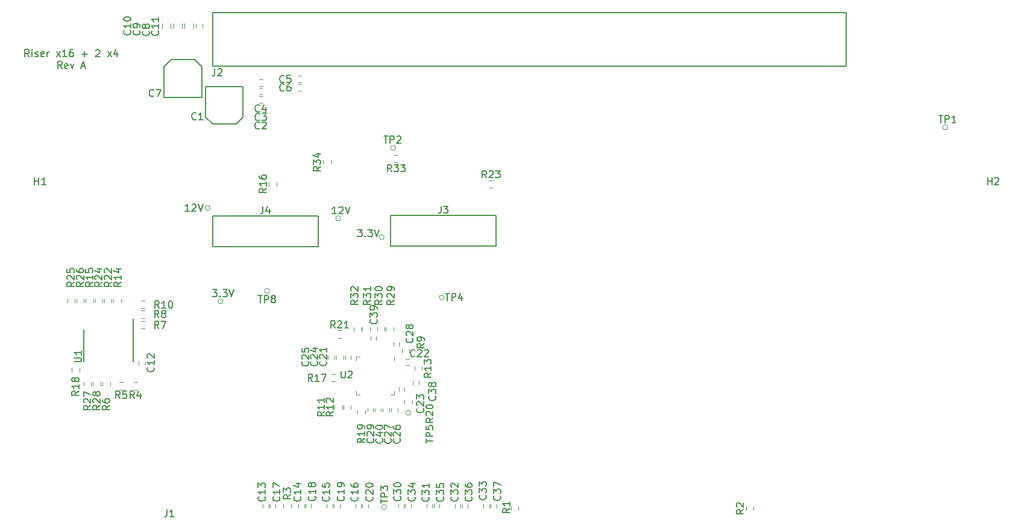
<source format=gbr>
%TF.GenerationSoftware,KiCad,Pcbnew,(5.1.5)-3*%
%TF.CreationDate,2022-01-08T01:18:32+01:00*%
%TF.ProjectId,Riser Leopard 2OU PCIe x16 2xOculink,52697365-7220-44c6-956f-706172642032,rev?*%
%TF.SameCoordinates,PX459e440PY54cbc38*%
%TF.FileFunction,Legend,Top*%
%TF.FilePolarity,Positive*%
%FSLAX46Y46*%
G04 Gerber Fmt 4.6, Leading zero omitted, Abs format (unit mm)*
G04 Created by KiCad (PCBNEW (5.1.5)-3) date 2022-01-08 01:18:32*
%MOMM*%
%LPD*%
G04 APERTURE LIST*
%ADD10C,0.150000*%
%ADD11C,0.120000*%
%ADD12C,0.200000*%
%ADD13C,0.100000*%
G04 APERTURE END LIST*
D10*
X-1553572Y21737620D02*
X-1886905Y22213810D01*
X-2125000Y21737620D02*
X-2125000Y22737620D01*
X-1744048Y22737620D01*
X-1648810Y22690000D01*
X-1601191Y22642381D01*
X-1553572Y22547143D01*
X-1553572Y22404286D01*
X-1601191Y22309048D01*
X-1648810Y22261429D01*
X-1744048Y22213810D01*
X-2125000Y22213810D01*
X-1125000Y21737620D02*
X-1125000Y22404286D01*
X-1125000Y22737620D02*
X-1172620Y22690000D01*
X-1125000Y22642381D01*
X-1077381Y22690000D01*
X-1125000Y22737620D01*
X-1125000Y22642381D01*
X-696429Y21785239D02*
X-601191Y21737620D01*
X-410715Y21737620D01*
X-315477Y21785239D01*
X-267858Y21880477D01*
X-267858Y21928096D01*
X-315477Y22023334D01*
X-410715Y22070953D01*
X-553572Y22070953D01*
X-648810Y22118572D01*
X-696429Y22213810D01*
X-696429Y22261429D01*
X-648810Y22356667D01*
X-553572Y22404286D01*
X-410715Y22404286D01*
X-315477Y22356667D01*
X541666Y21785239D02*
X446428Y21737620D01*
X255952Y21737620D01*
X160714Y21785239D01*
X113095Y21880477D01*
X113095Y22261429D01*
X160714Y22356667D01*
X255952Y22404286D01*
X446428Y22404286D01*
X541666Y22356667D01*
X589285Y22261429D01*
X589285Y22166191D01*
X113095Y22070953D01*
X1017857Y21737620D02*
X1017857Y22404286D01*
X1017857Y22213810D02*
X1065476Y22309048D01*
X1113095Y22356667D01*
X1208333Y22404286D01*
X1303571Y22404286D01*
X2303571Y21737620D02*
X2827380Y22404286D01*
X2303571Y22404286D02*
X2827380Y21737620D01*
X3732142Y21737620D02*
X3160714Y21737620D01*
X3446428Y21737620D02*
X3446428Y22737620D01*
X3351190Y22594762D01*
X3255952Y22499524D01*
X3160714Y22451905D01*
X4589285Y22737620D02*
X4398809Y22737620D01*
X4303571Y22690000D01*
X4255952Y22642381D01*
X4160714Y22499524D01*
X4113095Y22309048D01*
X4113095Y21928096D01*
X4160714Y21832858D01*
X4208333Y21785239D01*
X4303571Y21737620D01*
X4494047Y21737620D01*
X4589285Y21785239D01*
X4636904Y21832858D01*
X4684523Y21928096D01*
X4684523Y22166191D01*
X4636904Y22261429D01*
X4589285Y22309048D01*
X4494047Y22356667D01*
X4303571Y22356667D01*
X4208333Y22309048D01*
X4160714Y22261429D01*
X4113095Y22166191D01*
X5875000Y22118572D02*
X6636904Y22118572D01*
X6255952Y21737620D02*
X6255952Y22499524D01*
X7827380Y22642381D02*
X7875000Y22690000D01*
X7970238Y22737620D01*
X8208333Y22737620D01*
X8303571Y22690000D01*
X8351190Y22642381D01*
X8398809Y22547143D01*
X8398809Y22451905D01*
X8351190Y22309048D01*
X7779761Y21737620D01*
X8398809Y21737620D01*
X9494047Y21737620D02*
X10017857Y22404286D01*
X9494047Y22404286D02*
X10017857Y21737620D01*
X10827380Y22404286D02*
X10827380Y21737620D01*
X10589285Y22785239D02*
X10351190Y22070953D01*
X10970238Y22070953D01*
X3065476Y20087620D02*
X2732142Y20563810D01*
X2494047Y20087620D02*
X2494047Y21087620D01*
X2875000Y21087620D01*
X2970238Y21040000D01*
X3017857Y20992381D01*
X3065476Y20897143D01*
X3065476Y20754286D01*
X3017857Y20659048D01*
X2970238Y20611429D01*
X2875000Y20563810D01*
X2494047Y20563810D01*
X3875000Y20135239D02*
X3779761Y20087620D01*
X3589285Y20087620D01*
X3494047Y20135239D01*
X3446428Y20230477D01*
X3446428Y20611429D01*
X3494047Y20706667D01*
X3589285Y20754286D01*
X3779761Y20754286D01*
X3875000Y20706667D01*
X3922619Y20611429D01*
X3922619Y20516191D01*
X3446428Y20420953D01*
X4255952Y20754286D02*
X4494047Y20087620D01*
X4732142Y20754286D01*
X5827380Y20373334D02*
X6303571Y20373334D01*
X5732142Y20087620D02*
X6065476Y21087620D01*
X6398809Y20087620D01*
%TO.C,C1*%
X28525000Y13240000D02*
X27525000Y12240000D01*
X24225000Y12240000D02*
X23225000Y13240000D01*
X23225000Y17540000D02*
X28525000Y17540000D01*
X23225000Y17540000D02*
X23225000Y13240000D01*
X27525000Y12240000D02*
X24225000Y12240000D01*
X28525000Y17540000D02*
X28525000Y13240000D01*
D11*
%TO.C,C2*%
X30750000Y15220000D02*
X31250000Y15220000D01*
X31250000Y16160000D02*
X30750000Y16160000D01*
%TO.C,C3*%
X31240000Y17360000D02*
X30740000Y17360000D01*
X30740000Y16420000D02*
X31240000Y16420000D01*
%TO.C,C4*%
X30750000Y17620000D02*
X31250000Y17620000D01*
X31250000Y18560000D02*
X30750000Y18560000D01*
%TO.C,C5*%
X36250000Y18095000D02*
X36750000Y18095000D01*
X36750000Y19035000D02*
X36250000Y19035000D01*
%TO.C,C6*%
X36750000Y17835000D02*
X36250000Y17835000D01*
X36250000Y16895000D02*
X36750000Y16895000D01*
D10*
%TO.C,C7*%
X17425000Y16040000D02*
X17425000Y20340000D01*
X18425000Y21340000D02*
X21725000Y21340000D01*
X22725000Y16040000D02*
X22725000Y20340000D01*
X22725000Y16040000D02*
X17425000Y16040000D01*
X21725000Y21340000D02*
X22725000Y20340000D01*
X17425000Y20340000D02*
X18425000Y21340000D01*
D11*
%TO.C,C8*%
X21525000Y26415000D02*
X21525000Y25715000D01*
X20325000Y25715000D02*
X20325000Y26415000D01*
%TO.C,C9*%
X18725000Y25715000D02*
X18725000Y26415000D01*
X19925000Y26415000D02*
X19925000Y25715000D01*
%TO.C,C10*%
X18325000Y26415000D02*
X18325000Y25715000D01*
X17125000Y25715000D02*
X17125000Y26415000D01*
%TO.C,C11*%
X21880000Y26315000D02*
X21880000Y25815000D01*
X22820000Y25815000D02*
X22820000Y26315000D01*
%TO.C,C12*%
X14820000Y-21585000D02*
X14820000Y-21085000D01*
X13880000Y-21085000D02*
X13880000Y-21585000D01*
%TO.C,C13*%
X32100000Y-41235000D02*
X32100000Y-41735000D01*
X31300000Y-41735000D02*
X31300000Y-41235000D01*
%TO.C,C14*%
X37100000Y-41235000D02*
X37100000Y-41735000D01*
X36300000Y-41735000D02*
X36300000Y-41235000D01*
%TO.C,C15*%
X41100000Y-41235000D02*
X41100000Y-41735000D01*
X40300000Y-41735000D02*
X40300000Y-41235000D01*
%TO.C,C16*%
X45100000Y-41235000D02*
X45100000Y-41735000D01*
X44300000Y-41735000D02*
X44300000Y-41235000D01*
%TO.C,C17*%
X32300000Y-41735000D02*
X32300000Y-41235000D01*
X33100000Y-41235000D02*
X33100000Y-41735000D01*
%TO.C,C18*%
X37300000Y-41735000D02*
X37300000Y-41235000D01*
X38100000Y-41235000D02*
X38100000Y-41735000D01*
%TO.C,C19*%
X41300000Y-41735000D02*
X41300000Y-41235000D01*
X42100000Y-41235000D02*
X42100000Y-41735000D01*
%TO.C,C20*%
X45300000Y-41735000D02*
X45300000Y-41235000D01*
X46100000Y-41235000D02*
X46100000Y-41735000D01*
%TO.C,C21*%
X43675000Y-20285000D02*
X43675000Y-20785000D01*
X42875000Y-20785000D02*
X42875000Y-20285000D01*
%TO.C,C22*%
X51825000Y-21635000D02*
X51325000Y-21635000D01*
X51325000Y-20835000D02*
X51825000Y-20835000D01*
%TO.C,C23*%
X51225000Y-24785000D02*
X51225000Y-25285000D01*
X50425000Y-25285000D02*
X50425000Y-24785000D01*
%TO.C,C24*%
X42595000Y-20785000D02*
X42595000Y-20285000D01*
X41655000Y-20285000D02*
X41655000Y-20785000D01*
%TO.C,C25*%
X40455000Y-20285000D02*
X40455000Y-20785000D01*
X41395000Y-20785000D02*
X41395000Y-20285000D01*
%TO.C,C26*%
X49355000Y-27735000D02*
X49355000Y-28235000D01*
X50295000Y-28235000D02*
X50295000Y-27735000D01*
%TO.C,C27*%
X49095000Y-28235000D02*
X49095000Y-27735000D01*
X48155000Y-27735000D02*
X48155000Y-28235000D01*
%TO.C,C28*%
X50425000Y-18435000D02*
X50425000Y-18935000D01*
X49625000Y-18935000D02*
X49625000Y-18435000D01*
%TO.C,C29*%
X46025000Y-28235000D02*
X46025000Y-27735000D01*
X46825000Y-27735000D02*
X46825000Y-28235000D01*
%TO.C,C30*%
X50300000Y-41735000D02*
X50300000Y-41235000D01*
X51100000Y-41235000D02*
X51100000Y-41735000D01*
%TO.C,C31*%
X54300000Y-41735000D02*
X54300000Y-41235000D01*
X55100000Y-41235000D02*
X55100000Y-41735000D01*
%TO.C,C32*%
X58300000Y-41735000D02*
X58300000Y-41235000D01*
X59100000Y-41235000D02*
X59100000Y-41735000D01*
%TO.C,C33*%
X62300000Y-41735000D02*
X62300000Y-41235000D01*
X63100000Y-41235000D02*
X63100000Y-41735000D01*
%TO.C,C34*%
X52100000Y-41235000D02*
X52100000Y-41735000D01*
X51300000Y-41735000D02*
X51300000Y-41235000D01*
%TO.C,C35*%
X56100000Y-41235000D02*
X56100000Y-41735000D01*
X55300000Y-41735000D02*
X55300000Y-41235000D01*
%TO.C,C36*%
X60100000Y-41235000D02*
X60100000Y-41735000D01*
X59300000Y-41735000D02*
X59300000Y-41235000D01*
%TO.C,C37*%
X64100000Y-41235000D02*
X64100000Y-41735000D01*
X63300000Y-41735000D02*
X63300000Y-41235000D01*
%TO.C,C38*%
X52400000Y-24360000D02*
X52400000Y-23860000D01*
X53200000Y-23860000D02*
X53200000Y-24360000D01*
%TO.C,C39*%
X46425000Y-18085000D02*
X46425000Y-17585000D01*
X47225000Y-17585000D02*
X47225000Y-18085000D01*
%TO.C,C40*%
X47875000Y-27735000D02*
X47875000Y-28235000D01*
X47075000Y-28235000D02*
X47075000Y-27735000D01*
D10*
%TO.C,J2*%
X24240000Y27915000D02*
X113240000Y27915000D01*
X113240000Y20415000D02*
X113240000Y27915000D01*
X24240000Y20415000D02*
X113240000Y20415000D01*
X24240000Y27915000D02*
X24240000Y20415000D01*
D12*
%TO.C,J3*%
X49250000Y-620000D02*
X64050000Y-620000D01*
X64050000Y-620000D02*
X64050000Y-4940000D01*
X49250000Y-4940000D02*
X64050000Y-4940000D01*
X49250000Y-620000D02*
X49250000Y-4940000D01*
%TO.C,J4*%
X24250000Y-680000D02*
X24250000Y-5000000D01*
X24250000Y-5000000D02*
X39050000Y-5000000D01*
X39050000Y-680000D02*
X39050000Y-5000000D01*
X24250000Y-680000D02*
X39050000Y-680000D01*
D11*
%TO.C,R1*%
X66170000Y-41585000D02*
X66170000Y-42085000D01*
X67230000Y-42085000D02*
X67230000Y-41585000D01*
%TO.C,R2*%
X99170000Y-41585000D02*
X99170000Y-42085000D01*
X100230000Y-42085000D02*
X100230000Y-41585000D01*
%TO.C,R3*%
X35230000Y-41735000D02*
X35230000Y-41235000D01*
X34170000Y-41235000D02*
X34170000Y-41735000D01*
%TO.C,R4*%
X13150000Y-25115000D02*
X13650000Y-25115000D01*
X13650000Y-24055000D02*
X13150000Y-24055000D01*
%TO.C,R5*%
X11150000Y-25115000D02*
X11650000Y-25115000D01*
X11650000Y-24055000D02*
X11150000Y-24055000D01*
%TO.C,R6*%
X8770000Y-24085000D02*
X8770000Y-24585000D01*
X9830000Y-24585000D02*
X9830000Y-24085000D01*
%TO.C,R7*%
X14175000Y-16515000D02*
X14675000Y-16515000D01*
X14675000Y-15455000D02*
X14175000Y-15455000D01*
%TO.C,R8*%
X14675000Y-14005000D02*
X14175000Y-14005000D01*
X14175000Y-15065000D02*
X14675000Y-15065000D01*
%TO.C,R9*%
X51905000Y-19910000D02*
X51905000Y-19410000D01*
X50845000Y-19410000D02*
X50845000Y-19910000D01*
%TO.C,R10*%
X14675000Y-12605000D02*
X14175000Y-12605000D01*
X14175000Y-13665000D02*
X14675000Y-13665000D01*
%TO.C,R11*%
X41393800Y-27335000D02*
X41393800Y-27835000D01*
X42453800Y-27835000D02*
X42453800Y-27335000D01*
%TO.C,R12*%
X43656200Y-27835000D02*
X43656200Y-27335000D01*
X42596200Y-27335000D02*
X42596200Y-27835000D01*
%TO.C,R13*%
X53680000Y-22385000D02*
X53680000Y-21885000D01*
X52620000Y-21885000D02*
X52620000Y-22385000D01*
%TO.C,R14*%
X11380000Y-12835000D02*
X11380000Y-12335000D01*
X10320000Y-12335000D02*
X10320000Y-12835000D01*
%TO.C,R15*%
X7480000Y-12835000D02*
X7480000Y-12335000D01*
X6420000Y-12335000D02*
X6420000Y-12835000D01*
%TO.C,R16*%
X33205000Y3590000D02*
X33205000Y4090000D01*
X32145000Y4090000D02*
X32145000Y3590000D01*
%TO.C,R17*%
X40925000Y-23965000D02*
X41425000Y-23965000D01*
X41425000Y-22905000D02*
X40925000Y-22905000D01*
%TO.C,R18*%
X5530000Y-22585000D02*
X5530000Y-22085000D01*
X4470000Y-22085000D02*
X4470000Y-22585000D01*
%TO.C,R19*%
X44595000Y-28035000D02*
X44595000Y-28535000D01*
X45655000Y-28535000D02*
X45655000Y-28035000D01*
%TO.C,R20*%
X51195000Y-26585000D02*
X51195000Y-27085000D01*
X52255000Y-27085000D02*
X52255000Y-26585000D01*
%TO.C,R21*%
X41825000Y-17865000D02*
X42325000Y-17865000D01*
X42325000Y-16805000D02*
X41825000Y-16805000D01*
%TO.C,R22*%
X10080000Y-12835000D02*
X10080000Y-12335000D01*
X9020000Y-12335000D02*
X9020000Y-12835000D01*
%TO.C,R23*%
X63600000Y4345000D02*
X63100000Y4345000D01*
X63100000Y3285000D02*
X63600000Y3285000D01*
%TO.C,R24*%
X8780000Y-12835000D02*
X8780000Y-12335000D01*
X7720000Y-12335000D02*
X7720000Y-12835000D01*
%TO.C,R25*%
X3820000Y-12335000D02*
X3820000Y-12835000D01*
X4880000Y-12835000D02*
X4880000Y-12335000D01*
%TO.C,R26*%
X5120000Y-12335000D02*
X5120000Y-12835000D01*
X6180000Y-12835000D02*
X6180000Y-12335000D01*
%TO.C,R27*%
X6120000Y-24085000D02*
X6120000Y-24585000D01*
X7180000Y-24585000D02*
X7180000Y-24085000D01*
%TO.C,R28*%
X7445000Y-24085000D02*
X7445000Y-24585000D01*
X8505000Y-24585000D02*
X8505000Y-24085000D01*
%TO.C,R29*%
X49655000Y-16835000D02*
X49655000Y-16335000D01*
X48595000Y-16335000D02*
X48595000Y-16835000D01*
%TO.C,R30*%
X47345000Y-16335000D02*
X47345000Y-16835000D01*
X48405000Y-16835000D02*
X48405000Y-16335000D01*
%TO.C,R31*%
X46355000Y-16835000D02*
X46355000Y-16335000D01*
X45295000Y-16335000D02*
X45295000Y-16835000D01*
%TO.C,R32*%
X44045000Y-16335000D02*
X44045000Y-16835000D01*
X45105000Y-16835000D02*
X45105000Y-16335000D01*
%TO.C,R33*%
X50275000Y7895000D02*
X49775000Y7895000D01*
X49775000Y6835000D02*
X50275000Y6835000D01*
%TO.C,R34*%
X39770000Y7165000D02*
X39770000Y6665000D01*
X40830000Y6665000D02*
X40830000Y7165000D01*
D13*
%TO.C,TP1*%
X127500000Y11815000D02*
G75*
G03X127500000Y11815000I-350000J0D01*
G01*
%TO.C,TP2*%
X49950000Y8915000D02*
G75*
G03X49950000Y8915000I-350000J0D01*
G01*
%TO.C,TP3*%
X48675000Y-41635000D02*
G75*
G03X48675000Y-41635000I-350000J0D01*
G01*
%TO.C,TP4*%
X56775000Y-12135000D02*
G75*
G03X56775000Y-12135000I-350000J0D01*
G01*
%TO.C,TP5*%
X52075000Y-28385000D02*
G75*
G03X52075000Y-28385000I-350000J0D01*
G01*
%TO.C,TP8*%
X32250000Y-11210000D02*
G75*
G03X32250000Y-11210000I-350000J0D01*
G01*
D10*
%TO.C,U1*%
X6150000Y-16710000D02*
X6150000Y-21160000D01*
X13050000Y-15185000D02*
X13050000Y-21160000D01*
D11*
%TO.C,U2*%
X49742000Y-21026000D02*
X49742000Y-20518000D01*
X44408000Y-21026000D02*
X44408000Y-20518000D01*
X44408000Y-20518000D02*
X44916000Y-20518000D01*
X44916000Y-25852000D02*
X44408000Y-25852000D01*
X44408000Y-25852000D02*
X44408000Y-25344000D01*
X49742000Y-25344000D02*
X49742000Y-25852000D01*
X49742000Y-25852000D02*
X49234000Y-25852000D01*
D13*
%TO.C,3.3V*%
X25700000Y-12685000D02*
G75*
G03X25700000Y-12685000I-350000J0D01*
G01*
X48350000Y-3660000D02*
G75*
G03X48350000Y-3660000I-350000J0D01*
G01*
%TO.C,12V*%
X42225000Y-1010000D02*
G75*
G03X42225000Y-1010000I-350000J0D01*
G01*
X23875000Y440000D02*
G75*
G03X23875000Y440000I-350000J0D01*
G01*
%TO.C,H1*%
D10*
X-761905Y3747620D02*
X-761905Y4747620D01*
X-761905Y4271429D02*
X-190477Y4271429D01*
X-190477Y3747620D02*
X-190477Y4747620D01*
X809523Y3747620D02*
X238095Y3747620D01*
X523809Y3747620D02*
X523809Y4747620D01*
X428571Y4604762D01*
X333333Y4509524D01*
X238095Y4461905D01*
%TO.C,H2*%
X133138095Y3747620D02*
X133138095Y4747620D01*
X133138095Y4271429D02*
X133709523Y4271429D01*
X133709523Y3747620D02*
X133709523Y4747620D01*
X134138095Y4652381D02*
X134185714Y4700000D01*
X134280952Y4747620D01*
X134519047Y4747620D01*
X134614285Y4700000D01*
X134661904Y4652381D01*
X134709523Y4557143D01*
X134709523Y4461905D01*
X134661904Y4319048D01*
X134090476Y3747620D01*
X134709523Y3747620D01*
%TO.C,J1*%
X17828766Y-42019480D02*
X17828766Y-42733766D01*
X17781147Y-42876623D01*
X17685909Y-42971861D01*
X17543052Y-43019480D01*
X17447814Y-43019480D01*
X18828766Y-43019480D02*
X18257338Y-43019480D01*
X18543052Y-43019480D02*
X18543052Y-42019480D01*
X18447814Y-42162338D01*
X18352576Y-42257576D01*
X18257338Y-42305195D01*
%TO.C,C1*%
X21933333Y12957858D02*
X21885714Y12910239D01*
X21742857Y12862620D01*
X21647619Y12862620D01*
X21504761Y12910239D01*
X21409523Y13005477D01*
X21361904Y13100715D01*
X21314285Y13291191D01*
X21314285Y13434048D01*
X21361904Y13624524D01*
X21409523Y13719762D01*
X21504761Y13815000D01*
X21647619Y13862620D01*
X21742857Y13862620D01*
X21885714Y13815000D01*
X21933333Y13767381D01*
X22885714Y12862620D02*
X22314285Y12862620D01*
X22600000Y12862620D02*
X22600000Y13862620D01*
X22504761Y13719762D01*
X22409523Y13624524D01*
X22314285Y13576905D01*
%TO.C,C2*%
X30833333Y11657858D02*
X30785714Y11610239D01*
X30642857Y11562620D01*
X30547619Y11562620D01*
X30404761Y11610239D01*
X30309523Y11705477D01*
X30261904Y11800715D01*
X30214285Y11991191D01*
X30214285Y12134048D01*
X30261904Y12324524D01*
X30309523Y12419762D01*
X30404761Y12515000D01*
X30547619Y12562620D01*
X30642857Y12562620D01*
X30785714Y12515000D01*
X30833333Y12467381D01*
X31214285Y12467381D02*
X31261904Y12515000D01*
X31357142Y12562620D01*
X31595238Y12562620D01*
X31690476Y12515000D01*
X31738095Y12467381D01*
X31785714Y12372143D01*
X31785714Y12276905D01*
X31738095Y12134048D01*
X31166666Y11562620D01*
X31785714Y11562620D01*
%TO.C,C3*%
X30833333Y12857858D02*
X30785714Y12810239D01*
X30642857Y12762620D01*
X30547619Y12762620D01*
X30404761Y12810239D01*
X30309523Y12905477D01*
X30261904Y13000715D01*
X30214285Y13191191D01*
X30214285Y13334048D01*
X30261904Y13524524D01*
X30309523Y13619762D01*
X30404761Y13715000D01*
X30547619Y13762620D01*
X30642857Y13762620D01*
X30785714Y13715000D01*
X30833333Y13667381D01*
X31166666Y13762620D02*
X31785714Y13762620D01*
X31452380Y13381667D01*
X31595238Y13381667D01*
X31690476Y13334048D01*
X31738095Y13286429D01*
X31785714Y13191191D01*
X31785714Y12953096D01*
X31738095Y12857858D01*
X31690476Y12810239D01*
X31595238Y12762620D01*
X31309523Y12762620D01*
X31214285Y12810239D01*
X31166666Y12857858D01*
%TO.C,C4*%
X30833333Y14057858D02*
X30785714Y14010239D01*
X30642857Y13962620D01*
X30547619Y13962620D01*
X30404761Y14010239D01*
X30309523Y14105477D01*
X30261904Y14200715D01*
X30214285Y14391191D01*
X30214285Y14534048D01*
X30261904Y14724524D01*
X30309523Y14819762D01*
X30404761Y14915000D01*
X30547619Y14962620D01*
X30642857Y14962620D01*
X30785714Y14915000D01*
X30833333Y14867381D01*
X31690476Y14629286D02*
X31690476Y13962620D01*
X31452380Y15010239D02*
X31214285Y14295953D01*
X31833333Y14295953D01*
%TO.C,C5*%
X34283333Y18207858D02*
X34235714Y18160239D01*
X34092857Y18112620D01*
X33997619Y18112620D01*
X33854761Y18160239D01*
X33759523Y18255477D01*
X33711904Y18350715D01*
X33664285Y18541191D01*
X33664285Y18684048D01*
X33711904Y18874524D01*
X33759523Y18969762D01*
X33854761Y19065000D01*
X33997619Y19112620D01*
X34092857Y19112620D01*
X34235714Y19065000D01*
X34283333Y19017381D01*
X35188095Y19112620D02*
X34711904Y19112620D01*
X34664285Y18636429D01*
X34711904Y18684048D01*
X34807142Y18731667D01*
X35045238Y18731667D01*
X35140476Y18684048D01*
X35188095Y18636429D01*
X35235714Y18541191D01*
X35235714Y18303096D01*
X35188095Y18207858D01*
X35140476Y18160239D01*
X35045238Y18112620D01*
X34807142Y18112620D01*
X34711904Y18160239D01*
X34664285Y18207858D01*
%TO.C,C6*%
X34283333Y17007858D02*
X34235714Y16960239D01*
X34092857Y16912620D01*
X33997619Y16912620D01*
X33854761Y16960239D01*
X33759523Y17055477D01*
X33711904Y17150715D01*
X33664285Y17341191D01*
X33664285Y17484048D01*
X33711904Y17674524D01*
X33759523Y17769762D01*
X33854761Y17865000D01*
X33997619Y17912620D01*
X34092857Y17912620D01*
X34235714Y17865000D01*
X34283333Y17817381D01*
X35140476Y17912620D02*
X34950000Y17912620D01*
X34854761Y17865000D01*
X34807142Y17817381D01*
X34711904Y17674524D01*
X34664285Y17484048D01*
X34664285Y17103096D01*
X34711904Y17007858D01*
X34759523Y16960239D01*
X34854761Y16912620D01*
X35045238Y16912620D01*
X35140476Y16960239D01*
X35188095Y17007858D01*
X35235714Y17103096D01*
X35235714Y17341191D01*
X35188095Y17436429D01*
X35140476Y17484048D01*
X35045238Y17531667D01*
X34854761Y17531667D01*
X34759523Y17484048D01*
X34711904Y17436429D01*
X34664285Y17341191D01*
%TO.C,C7*%
X15958333Y16232858D02*
X15910714Y16185239D01*
X15767857Y16137620D01*
X15672619Y16137620D01*
X15529761Y16185239D01*
X15434523Y16280477D01*
X15386904Y16375715D01*
X15339285Y16566191D01*
X15339285Y16709048D01*
X15386904Y16899524D01*
X15434523Y16994762D01*
X15529761Y17090000D01*
X15672619Y17137620D01*
X15767857Y17137620D01*
X15910714Y17090000D01*
X15958333Y17042381D01*
X16291666Y17137620D02*
X16958333Y17137620D01*
X16529761Y16137620D01*
%TO.C,C8*%
X15257142Y25348334D02*
X15304761Y25300715D01*
X15352380Y25157858D01*
X15352380Y25062620D01*
X15304761Y24919762D01*
X15209523Y24824524D01*
X15114285Y24776905D01*
X14923809Y24729286D01*
X14780952Y24729286D01*
X14590476Y24776905D01*
X14495238Y24824524D01*
X14400000Y24919762D01*
X14352380Y25062620D01*
X14352380Y25157858D01*
X14400000Y25300715D01*
X14447619Y25348334D01*
X14780952Y25919762D02*
X14733333Y25824524D01*
X14685714Y25776905D01*
X14590476Y25729286D01*
X14542857Y25729286D01*
X14447619Y25776905D01*
X14400000Y25824524D01*
X14352380Y25919762D01*
X14352380Y26110239D01*
X14400000Y26205477D01*
X14447619Y26253096D01*
X14542857Y26300715D01*
X14590476Y26300715D01*
X14685714Y26253096D01*
X14733333Y26205477D01*
X14780952Y26110239D01*
X14780952Y25919762D01*
X14828571Y25824524D01*
X14876190Y25776905D01*
X14971428Y25729286D01*
X15161904Y25729286D01*
X15257142Y25776905D01*
X15304761Y25824524D01*
X15352380Y25919762D01*
X15352380Y26110239D01*
X15304761Y26205477D01*
X15257142Y26253096D01*
X15161904Y26300715D01*
X14971428Y26300715D01*
X14876190Y26253096D01*
X14828571Y26205477D01*
X14780952Y26110239D01*
%TO.C,C9*%
X13957142Y25423334D02*
X14004761Y25375715D01*
X14052380Y25232858D01*
X14052380Y25137620D01*
X14004761Y24994762D01*
X13909523Y24899524D01*
X13814285Y24851905D01*
X13623809Y24804286D01*
X13480952Y24804286D01*
X13290476Y24851905D01*
X13195238Y24899524D01*
X13100000Y24994762D01*
X13052380Y25137620D01*
X13052380Y25232858D01*
X13100000Y25375715D01*
X13147619Y25423334D01*
X14052380Y25899524D02*
X14052380Y26090000D01*
X14004761Y26185239D01*
X13957142Y26232858D01*
X13814285Y26328096D01*
X13623809Y26375715D01*
X13242857Y26375715D01*
X13147619Y26328096D01*
X13100000Y26280477D01*
X13052380Y26185239D01*
X13052380Y25994762D01*
X13100000Y25899524D01*
X13147619Y25851905D01*
X13242857Y25804286D01*
X13480952Y25804286D01*
X13576190Y25851905D01*
X13623809Y25899524D01*
X13671428Y25994762D01*
X13671428Y26185239D01*
X13623809Y26280477D01*
X13576190Y26328096D01*
X13480952Y26375715D01*
%TO.C,C10*%
X12657142Y25447143D02*
X12704761Y25399524D01*
X12752380Y25256667D01*
X12752380Y25161429D01*
X12704761Y25018572D01*
X12609523Y24923334D01*
X12514285Y24875715D01*
X12323809Y24828096D01*
X12180952Y24828096D01*
X11990476Y24875715D01*
X11895238Y24923334D01*
X11800000Y25018572D01*
X11752380Y25161429D01*
X11752380Y25256667D01*
X11800000Y25399524D01*
X11847619Y25447143D01*
X12752380Y26399524D02*
X12752380Y25828096D01*
X12752380Y26113810D02*
X11752380Y26113810D01*
X11895238Y26018572D01*
X11990476Y25923334D01*
X12038095Y25828096D01*
X11752380Y27018572D02*
X11752380Y27113810D01*
X11800000Y27209048D01*
X11847619Y27256667D01*
X11942857Y27304286D01*
X12133333Y27351905D01*
X12371428Y27351905D01*
X12561904Y27304286D01*
X12657142Y27256667D01*
X12704761Y27209048D01*
X12752380Y27113810D01*
X12752380Y27018572D01*
X12704761Y26923334D01*
X12657142Y26875715D01*
X12561904Y26828096D01*
X12371428Y26780477D01*
X12133333Y26780477D01*
X11942857Y26828096D01*
X11847619Y26875715D01*
X11800000Y26923334D01*
X11752380Y27018572D01*
%TO.C,C11*%
X16557142Y25372143D02*
X16604761Y25324524D01*
X16652380Y25181667D01*
X16652380Y25086429D01*
X16604761Y24943572D01*
X16509523Y24848334D01*
X16414285Y24800715D01*
X16223809Y24753096D01*
X16080952Y24753096D01*
X15890476Y24800715D01*
X15795238Y24848334D01*
X15700000Y24943572D01*
X15652380Y25086429D01*
X15652380Y25181667D01*
X15700000Y25324524D01*
X15747619Y25372143D01*
X16652380Y26324524D02*
X16652380Y25753096D01*
X16652380Y26038810D02*
X15652380Y26038810D01*
X15795238Y25943572D01*
X15890476Y25848334D01*
X15938095Y25753096D01*
X16652380Y27276905D02*
X16652380Y26705477D01*
X16652380Y26991191D02*
X15652380Y26991191D01*
X15795238Y26895953D01*
X15890476Y26800715D01*
X15938095Y26705477D01*
%TO.C,C12*%
X15957142Y-21977857D02*
X16004761Y-22025476D01*
X16052380Y-22168333D01*
X16052380Y-22263571D01*
X16004761Y-22406428D01*
X15909523Y-22501666D01*
X15814285Y-22549285D01*
X15623809Y-22596904D01*
X15480952Y-22596904D01*
X15290476Y-22549285D01*
X15195238Y-22501666D01*
X15100000Y-22406428D01*
X15052380Y-22263571D01*
X15052380Y-22168333D01*
X15100000Y-22025476D01*
X15147619Y-21977857D01*
X16052380Y-21025476D02*
X16052380Y-21596904D01*
X16052380Y-21311190D02*
X15052380Y-21311190D01*
X15195238Y-21406428D01*
X15290476Y-21501666D01*
X15338095Y-21596904D01*
X15147619Y-20644523D02*
X15100000Y-20596904D01*
X15052380Y-20501666D01*
X15052380Y-20263571D01*
X15100000Y-20168333D01*
X15147619Y-20120714D01*
X15242857Y-20073095D01*
X15338095Y-20073095D01*
X15480952Y-20120714D01*
X16052380Y-20692142D01*
X16052380Y-20073095D01*
%TO.C,C13*%
X31557142Y-40177857D02*
X31604761Y-40225476D01*
X31652380Y-40368333D01*
X31652380Y-40463571D01*
X31604761Y-40606428D01*
X31509523Y-40701666D01*
X31414285Y-40749285D01*
X31223809Y-40796904D01*
X31080952Y-40796904D01*
X30890476Y-40749285D01*
X30795238Y-40701666D01*
X30700000Y-40606428D01*
X30652380Y-40463571D01*
X30652380Y-40368333D01*
X30700000Y-40225476D01*
X30747619Y-40177857D01*
X31652380Y-39225476D02*
X31652380Y-39796904D01*
X31652380Y-39511190D02*
X30652380Y-39511190D01*
X30795238Y-39606428D01*
X30890476Y-39701666D01*
X30938095Y-39796904D01*
X30652380Y-38892142D02*
X30652380Y-38273095D01*
X31033333Y-38606428D01*
X31033333Y-38463571D01*
X31080952Y-38368333D01*
X31128571Y-38320714D01*
X31223809Y-38273095D01*
X31461904Y-38273095D01*
X31557142Y-38320714D01*
X31604761Y-38368333D01*
X31652380Y-38463571D01*
X31652380Y-38749285D01*
X31604761Y-38844523D01*
X31557142Y-38892142D01*
%TO.C,C14*%
X36557142Y-40177857D02*
X36604761Y-40225476D01*
X36652380Y-40368333D01*
X36652380Y-40463571D01*
X36604761Y-40606428D01*
X36509523Y-40701666D01*
X36414285Y-40749285D01*
X36223809Y-40796904D01*
X36080952Y-40796904D01*
X35890476Y-40749285D01*
X35795238Y-40701666D01*
X35700000Y-40606428D01*
X35652380Y-40463571D01*
X35652380Y-40368333D01*
X35700000Y-40225476D01*
X35747619Y-40177857D01*
X36652380Y-39225476D02*
X36652380Y-39796904D01*
X36652380Y-39511190D02*
X35652380Y-39511190D01*
X35795238Y-39606428D01*
X35890476Y-39701666D01*
X35938095Y-39796904D01*
X35985714Y-38368333D02*
X36652380Y-38368333D01*
X35604761Y-38606428D02*
X36319047Y-38844523D01*
X36319047Y-38225476D01*
%TO.C,C15*%
X40557142Y-40177857D02*
X40604761Y-40225476D01*
X40652380Y-40368333D01*
X40652380Y-40463571D01*
X40604761Y-40606428D01*
X40509523Y-40701666D01*
X40414285Y-40749285D01*
X40223809Y-40796904D01*
X40080952Y-40796904D01*
X39890476Y-40749285D01*
X39795238Y-40701666D01*
X39700000Y-40606428D01*
X39652380Y-40463571D01*
X39652380Y-40368333D01*
X39700000Y-40225476D01*
X39747619Y-40177857D01*
X40652380Y-39225476D02*
X40652380Y-39796904D01*
X40652380Y-39511190D02*
X39652380Y-39511190D01*
X39795238Y-39606428D01*
X39890476Y-39701666D01*
X39938095Y-39796904D01*
X39652380Y-38320714D02*
X39652380Y-38796904D01*
X40128571Y-38844523D01*
X40080952Y-38796904D01*
X40033333Y-38701666D01*
X40033333Y-38463571D01*
X40080952Y-38368333D01*
X40128571Y-38320714D01*
X40223809Y-38273095D01*
X40461904Y-38273095D01*
X40557142Y-38320714D01*
X40604761Y-38368333D01*
X40652380Y-38463571D01*
X40652380Y-38701666D01*
X40604761Y-38796904D01*
X40557142Y-38844523D01*
%TO.C,C16*%
X44557142Y-40177857D02*
X44604761Y-40225476D01*
X44652380Y-40368333D01*
X44652380Y-40463571D01*
X44604761Y-40606428D01*
X44509523Y-40701666D01*
X44414285Y-40749285D01*
X44223809Y-40796904D01*
X44080952Y-40796904D01*
X43890476Y-40749285D01*
X43795238Y-40701666D01*
X43700000Y-40606428D01*
X43652380Y-40463571D01*
X43652380Y-40368333D01*
X43700000Y-40225476D01*
X43747619Y-40177857D01*
X44652380Y-39225476D02*
X44652380Y-39796904D01*
X44652380Y-39511190D02*
X43652380Y-39511190D01*
X43795238Y-39606428D01*
X43890476Y-39701666D01*
X43938095Y-39796904D01*
X43652380Y-38368333D02*
X43652380Y-38558809D01*
X43700000Y-38654047D01*
X43747619Y-38701666D01*
X43890476Y-38796904D01*
X44080952Y-38844523D01*
X44461904Y-38844523D01*
X44557142Y-38796904D01*
X44604761Y-38749285D01*
X44652380Y-38654047D01*
X44652380Y-38463571D01*
X44604761Y-38368333D01*
X44557142Y-38320714D01*
X44461904Y-38273095D01*
X44223809Y-38273095D01*
X44128571Y-38320714D01*
X44080952Y-38368333D01*
X44033333Y-38463571D01*
X44033333Y-38654047D01*
X44080952Y-38749285D01*
X44128571Y-38796904D01*
X44223809Y-38844523D01*
%TO.C,C17*%
X33607142Y-40177857D02*
X33654761Y-40225476D01*
X33702380Y-40368333D01*
X33702380Y-40463571D01*
X33654761Y-40606428D01*
X33559523Y-40701666D01*
X33464285Y-40749285D01*
X33273809Y-40796904D01*
X33130952Y-40796904D01*
X32940476Y-40749285D01*
X32845238Y-40701666D01*
X32750000Y-40606428D01*
X32702380Y-40463571D01*
X32702380Y-40368333D01*
X32750000Y-40225476D01*
X32797619Y-40177857D01*
X33702380Y-39225476D02*
X33702380Y-39796904D01*
X33702380Y-39511190D02*
X32702380Y-39511190D01*
X32845238Y-39606428D01*
X32940476Y-39701666D01*
X32988095Y-39796904D01*
X32702380Y-38892142D02*
X32702380Y-38225476D01*
X33702380Y-38654047D01*
%TO.C,C18*%
X38607142Y-40127857D02*
X38654761Y-40175476D01*
X38702380Y-40318333D01*
X38702380Y-40413571D01*
X38654761Y-40556428D01*
X38559523Y-40651666D01*
X38464285Y-40699285D01*
X38273809Y-40746904D01*
X38130952Y-40746904D01*
X37940476Y-40699285D01*
X37845238Y-40651666D01*
X37750000Y-40556428D01*
X37702380Y-40413571D01*
X37702380Y-40318333D01*
X37750000Y-40175476D01*
X37797619Y-40127857D01*
X38702380Y-39175476D02*
X38702380Y-39746904D01*
X38702380Y-39461190D02*
X37702380Y-39461190D01*
X37845238Y-39556428D01*
X37940476Y-39651666D01*
X37988095Y-39746904D01*
X38130952Y-38604047D02*
X38083333Y-38699285D01*
X38035714Y-38746904D01*
X37940476Y-38794523D01*
X37892857Y-38794523D01*
X37797619Y-38746904D01*
X37750000Y-38699285D01*
X37702380Y-38604047D01*
X37702380Y-38413571D01*
X37750000Y-38318333D01*
X37797619Y-38270714D01*
X37892857Y-38223095D01*
X37940476Y-38223095D01*
X38035714Y-38270714D01*
X38083333Y-38318333D01*
X38130952Y-38413571D01*
X38130952Y-38604047D01*
X38178571Y-38699285D01*
X38226190Y-38746904D01*
X38321428Y-38794523D01*
X38511904Y-38794523D01*
X38607142Y-38746904D01*
X38654761Y-38699285D01*
X38702380Y-38604047D01*
X38702380Y-38413571D01*
X38654761Y-38318333D01*
X38607142Y-38270714D01*
X38511904Y-38223095D01*
X38321428Y-38223095D01*
X38226190Y-38270714D01*
X38178571Y-38318333D01*
X38130952Y-38413571D01*
%TO.C,C19*%
X42657142Y-40127857D02*
X42704761Y-40175476D01*
X42752380Y-40318333D01*
X42752380Y-40413571D01*
X42704761Y-40556428D01*
X42609523Y-40651666D01*
X42514285Y-40699285D01*
X42323809Y-40746904D01*
X42180952Y-40746904D01*
X41990476Y-40699285D01*
X41895238Y-40651666D01*
X41800000Y-40556428D01*
X41752380Y-40413571D01*
X41752380Y-40318333D01*
X41800000Y-40175476D01*
X41847619Y-40127857D01*
X42752380Y-39175476D02*
X42752380Y-39746904D01*
X42752380Y-39461190D02*
X41752380Y-39461190D01*
X41895238Y-39556428D01*
X41990476Y-39651666D01*
X42038095Y-39746904D01*
X42752380Y-38699285D02*
X42752380Y-38508809D01*
X42704761Y-38413571D01*
X42657142Y-38365952D01*
X42514285Y-38270714D01*
X42323809Y-38223095D01*
X41942857Y-38223095D01*
X41847619Y-38270714D01*
X41800000Y-38318333D01*
X41752380Y-38413571D01*
X41752380Y-38604047D01*
X41800000Y-38699285D01*
X41847619Y-38746904D01*
X41942857Y-38794523D01*
X42180952Y-38794523D01*
X42276190Y-38746904D01*
X42323809Y-38699285D01*
X42371428Y-38604047D01*
X42371428Y-38413571D01*
X42323809Y-38318333D01*
X42276190Y-38270714D01*
X42180952Y-38223095D01*
%TO.C,C20*%
X46657142Y-40177857D02*
X46704761Y-40225476D01*
X46752380Y-40368333D01*
X46752380Y-40463571D01*
X46704761Y-40606428D01*
X46609523Y-40701666D01*
X46514285Y-40749285D01*
X46323809Y-40796904D01*
X46180952Y-40796904D01*
X45990476Y-40749285D01*
X45895238Y-40701666D01*
X45800000Y-40606428D01*
X45752380Y-40463571D01*
X45752380Y-40368333D01*
X45800000Y-40225476D01*
X45847619Y-40177857D01*
X45847619Y-39796904D02*
X45800000Y-39749285D01*
X45752380Y-39654047D01*
X45752380Y-39415952D01*
X45800000Y-39320714D01*
X45847619Y-39273095D01*
X45942857Y-39225476D01*
X46038095Y-39225476D01*
X46180952Y-39273095D01*
X46752380Y-39844523D01*
X46752380Y-39225476D01*
X45752380Y-38606428D02*
X45752380Y-38511190D01*
X45800000Y-38415952D01*
X45847619Y-38368333D01*
X45942857Y-38320714D01*
X46133333Y-38273095D01*
X46371428Y-38273095D01*
X46561904Y-38320714D01*
X46657142Y-38368333D01*
X46704761Y-38415952D01*
X46752380Y-38511190D01*
X46752380Y-38606428D01*
X46704761Y-38701666D01*
X46657142Y-38749285D01*
X46561904Y-38796904D01*
X46371428Y-38844523D01*
X46133333Y-38844523D01*
X45942857Y-38796904D01*
X45847619Y-38749285D01*
X45800000Y-38701666D01*
X45752380Y-38606428D01*
%TO.C,C21*%
X40157142Y-21127857D02*
X40204761Y-21175476D01*
X40252380Y-21318333D01*
X40252380Y-21413571D01*
X40204761Y-21556428D01*
X40109523Y-21651666D01*
X40014285Y-21699285D01*
X39823809Y-21746904D01*
X39680952Y-21746904D01*
X39490476Y-21699285D01*
X39395238Y-21651666D01*
X39300000Y-21556428D01*
X39252380Y-21413571D01*
X39252380Y-21318333D01*
X39300000Y-21175476D01*
X39347619Y-21127857D01*
X39347619Y-20746904D02*
X39300000Y-20699285D01*
X39252380Y-20604047D01*
X39252380Y-20365952D01*
X39300000Y-20270714D01*
X39347619Y-20223095D01*
X39442857Y-20175476D01*
X39538095Y-20175476D01*
X39680952Y-20223095D01*
X40252380Y-20794523D01*
X40252380Y-20175476D01*
X40252380Y-19223095D02*
X40252380Y-19794523D01*
X40252380Y-19508809D02*
X39252380Y-19508809D01*
X39395238Y-19604047D01*
X39490476Y-19699285D01*
X39538095Y-19794523D01*
%TO.C,C22*%
X52657142Y-20392142D02*
X52609523Y-20439761D01*
X52466666Y-20487380D01*
X52371428Y-20487380D01*
X52228571Y-20439761D01*
X52133333Y-20344523D01*
X52085714Y-20249285D01*
X52038095Y-20058809D01*
X52038095Y-19915952D01*
X52085714Y-19725476D01*
X52133333Y-19630238D01*
X52228571Y-19535000D01*
X52371428Y-19487380D01*
X52466666Y-19487380D01*
X52609523Y-19535000D01*
X52657142Y-19582619D01*
X53038095Y-19582619D02*
X53085714Y-19535000D01*
X53180952Y-19487380D01*
X53419047Y-19487380D01*
X53514285Y-19535000D01*
X53561904Y-19582619D01*
X53609523Y-19677857D01*
X53609523Y-19773095D01*
X53561904Y-19915952D01*
X52990476Y-20487380D01*
X53609523Y-20487380D01*
X53990476Y-19582619D02*
X54038095Y-19535000D01*
X54133333Y-19487380D01*
X54371428Y-19487380D01*
X54466666Y-19535000D01*
X54514285Y-19582619D01*
X54561904Y-19677857D01*
X54561904Y-19773095D01*
X54514285Y-19915952D01*
X53942857Y-20487380D01*
X54561904Y-20487380D01*
%TO.C,C23*%
X53807142Y-27727857D02*
X53854761Y-27775476D01*
X53902380Y-27918333D01*
X53902380Y-28013571D01*
X53854761Y-28156428D01*
X53759523Y-28251666D01*
X53664285Y-28299285D01*
X53473809Y-28346904D01*
X53330952Y-28346904D01*
X53140476Y-28299285D01*
X53045238Y-28251666D01*
X52950000Y-28156428D01*
X52902380Y-28013571D01*
X52902380Y-27918333D01*
X52950000Y-27775476D01*
X52997619Y-27727857D01*
X52997619Y-27346904D02*
X52950000Y-27299285D01*
X52902380Y-27204047D01*
X52902380Y-26965952D01*
X52950000Y-26870714D01*
X52997619Y-26823095D01*
X53092857Y-26775476D01*
X53188095Y-26775476D01*
X53330952Y-26823095D01*
X53902380Y-27394523D01*
X53902380Y-26775476D01*
X52902380Y-26442142D02*
X52902380Y-25823095D01*
X53283333Y-26156428D01*
X53283333Y-26013571D01*
X53330952Y-25918333D01*
X53378571Y-25870714D01*
X53473809Y-25823095D01*
X53711904Y-25823095D01*
X53807142Y-25870714D01*
X53854761Y-25918333D01*
X53902380Y-26013571D01*
X53902380Y-26299285D01*
X53854761Y-26394523D01*
X53807142Y-26442142D01*
%TO.C,C24*%
X38907142Y-21127857D02*
X38954761Y-21175476D01*
X39002380Y-21318333D01*
X39002380Y-21413571D01*
X38954761Y-21556428D01*
X38859523Y-21651666D01*
X38764285Y-21699285D01*
X38573809Y-21746904D01*
X38430952Y-21746904D01*
X38240476Y-21699285D01*
X38145238Y-21651666D01*
X38050000Y-21556428D01*
X38002380Y-21413571D01*
X38002380Y-21318333D01*
X38050000Y-21175476D01*
X38097619Y-21127857D01*
X38097619Y-20746904D02*
X38050000Y-20699285D01*
X38002380Y-20604047D01*
X38002380Y-20365952D01*
X38050000Y-20270714D01*
X38097619Y-20223095D01*
X38192857Y-20175476D01*
X38288095Y-20175476D01*
X38430952Y-20223095D01*
X39002380Y-20794523D01*
X39002380Y-20175476D01*
X38335714Y-19318333D02*
X39002380Y-19318333D01*
X37954761Y-19556428D02*
X38669047Y-19794523D01*
X38669047Y-19175476D01*
%TO.C,C25*%
X37657142Y-21177857D02*
X37704761Y-21225476D01*
X37752380Y-21368333D01*
X37752380Y-21463571D01*
X37704761Y-21606428D01*
X37609523Y-21701666D01*
X37514285Y-21749285D01*
X37323809Y-21796904D01*
X37180952Y-21796904D01*
X36990476Y-21749285D01*
X36895238Y-21701666D01*
X36800000Y-21606428D01*
X36752380Y-21463571D01*
X36752380Y-21368333D01*
X36800000Y-21225476D01*
X36847619Y-21177857D01*
X36847619Y-20796904D02*
X36800000Y-20749285D01*
X36752380Y-20654047D01*
X36752380Y-20415952D01*
X36800000Y-20320714D01*
X36847619Y-20273095D01*
X36942857Y-20225476D01*
X37038095Y-20225476D01*
X37180952Y-20273095D01*
X37752380Y-20844523D01*
X37752380Y-20225476D01*
X36752380Y-19320714D02*
X36752380Y-19796904D01*
X37228571Y-19844523D01*
X37180952Y-19796904D01*
X37133333Y-19701666D01*
X37133333Y-19463571D01*
X37180952Y-19368333D01*
X37228571Y-19320714D01*
X37323809Y-19273095D01*
X37561904Y-19273095D01*
X37657142Y-19320714D01*
X37704761Y-19368333D01*
X37752380Y-19463571D01*
X37752380Y-19701666D01*
X37704761Y-19796904D01*
X37657142Y-19844523D01*
%TO.C,C26*%
X50507142Y-32027857D02*
X50554761Y-32075476D01*
X50602380Y-32218333D01*
X50602380Y-32313571D01*
X50554761Y-32456428D01*
X50459523Y-32551666D01*
X50364285Y-32599285D01*
X50173809Y-32646904D01*
X50030952Y-32646904D01*
X49840476Y-32599285D01*
X49745238Y-32551666D01*
X49650000Y-32456428D01*
X49602380Y-32313571D01*
X49602380Y-32218333D01*
X49650000Y-32075476D01*
X49697619Y-32027857D01*
X49697619Y-31646904D02*
X49650000Y-31599285D01*
X49602380Y-31504047D01*
X49602380Y-31265952D01*
X49650000Y-31170714D01*
X49697619Y-31123095D01*
X49792857Y-31075476D01*
X49888095Y-31075476D01*
X50030952Y-31123095D01*
X50602380Y-31694523D01*
X50602380Y-31075476D01*
X49602380Y-30218333D02*
X49602380Y-30408809D01*
X49650000Y-30504047D01*
X49697619Y-30551666D01*
X49840476Y-30646904D01*
X50030952Y-30694523D01*
X50411904Y-30694523D01*
X50507142Y-30646904D01*
X50554761Y-30599285D01*
X50602380Y-30504047D01*
X50602380Y-30313571D01*
X50554761Y-30218333D01*
X50507142Y-30170714D01*
X50411904Y-30123095D01*
X50173809Y-30123095D01*
X50078571Y-30170714D01*
X50030952Y-30218333D01*
X49983333Y-30313571D01*
X49983333Y-30504047D01*
X50030952Y-30599285D01*
X50078571Y-30646904D01*
X50173809Y-30694523D01*
%TO.C,C27*%
X49257142Y-32027857D02*
X49304761Y-32075476D01*
X49352380Y-32218333D01*
X49352380Y-32313571D01*
X49304761Y-32456428D01*
X49209523Y-32551666D01*
X49114285Y-32599285D01*
X48923809Y-32646904D01*
X48780952Y-32646904D01*
X48590476Y-32599285D01*
X48495238Y-32551666D01*
X48400000Y-32456428D01*
X48352380Y-32313571D01*
X48352380Y-32218333D01*
X48400000Y-32075476D01*
X48447619Y-32027857D01*
X48447619Y-31646904D02*
X48400000Y-31599285D01*
X48352380Y-31504047D01*
X48352380Y-31265952D01*
X48400000Y-31170714D01*
X48447619Y-31123095D01*
X48542857Y-31075476D01*
X48638095Y-31075476D01*
X48780952Y-31123095D01*
X49352380Y-31694523D01*
X49352380Y-31075476D01*
X48352380Y-30742142D02*
X48352380Y-30075476D01*
X49352380Y-30504047D01*
%TO.C,C28*%
X52307142Y-17877857D02*
X52354761Y-17925476D01*
X52402380Y-18068333D01*
X52402380Y-18163571D01*
X52354761Y-18306428D01*
X52259523Y-18401666D01*
X52164285Y-18449285D01*
X51973809Y-18496904D01*
X51830952Y-18496904D01*
X51640476Y-18449285D01*
X51545238Y-18401666D01*
X51450000Y-18306428D01*
X51402380Y-18163571D01*
X51402380Y-18068333D01*
X51450000Y-17925476D01*
X51497619Y-17877857D01*
X51497619Y-17496904D02*
X51450000Y-17449285D01*
X51402380Y-17354047D01*
X51402380Y-17115952D01*
X51450000Y-17020714D01*
X51497619Y-16973095D01*
X51592857Y-16925476D01*
X51688095Y-16925476D01*
X51830952Y-16973095D01*
X52402380Y-17544523D01*
X52402380Y-16925476D01*
X51830952Y-16354047D02*
X51783333Y-16449285D01*
X51735714Y-16496904D01*
X51640476Y-16544523D01*
X51592857Y-16544523D01*
X51497619Y-16496904D01*
X51450000Y-16449285D01*
X51402380Y-16354047D01*
X51402380Y-16163571D01*
X51450000Y-16068333D01*
X51497619Y-16020714D01*
X51592857Y-15973095D01*
X51640476Y-15973095D01*
X51735714Y-16020714D01*
X51783333Y-16068333D01*
X51830952Y-16163571D01*
X51830952Y-16354047D01*
X51878571Y-16449285D01*
X51926190Y-16496904D01*
X52021428Y-16544523D01*
X52211904Y-16544523D01*
X52307142Y-16496904D01*
X52354761Y-16449285D01*
X52402380Y-16354047D01*
X52402380Y-16163571D01*
X52354761Y-16068333D01*
X52307142Y-16020714D01*
X52211904Y-15973095D01*
X52021428Y-15973095D01*
X51926190Y-16020714D01*
X51878571Y-16068333D01*
X51830952Y-16163571D01*
%TO.C,C29*%
X46807142Y-31977857D02*
X46854761Y-32025476D01*
X46902380Y-32168333D01*
X46902380Y-32263571D01*
X46854761Y-32406428D01*
X46759523Y-32501666D01*
X46664285Y-32549285D01*
X46473809Y-32596904D01*
X46330952Y-32596904D01*
X46140476Y-32549285D01*
X46045238Y-32501666D01*
X45950000Y-32406428D01*
X45902380Y-32263571D01*
X45902380Y-32168333D01*
X45950000Y-32025476D01*
X45997619Y-31977857D01*
X45997619Y-31596904D02*
X45950000Y-31549285D01*
X45902380Y-31454047D01*
X45902380Y-31215952D01*
X45950000Y-31120714D01*
X45997619Y-31073095D01*
X46092857Y-31025476D01*
X46188095Y-31025476D01*
X46330952Y-31073095D01*
X46902380Y-31644523D01*
X46902380Y-31025476D01*
X46902380Y-30549285D02*
X46902380Y-30358809D01*
X46854761Y-30263571D01*
X46807142Y-30215952D01*
X46664285Y-30120714D01*
X46473809Y-30073095D01*
X46092857Y-30073095D01*
X45997619Y-30120714D01*
X45950000Y-30168333D01*
X45902380Y-30263571D01*
X45902380Y-30454047D01*
X45950000Y-30549285D01*
X45997619Y-30596904D01*
X46092857Y-30644523D01*
X46330952Y-30644523D01*
X46426190Y-30596904D01*
X46473809Y-30549285D01*
X46521428Y-30454047D01*
X46521428Y-30263571D01*
X46473809Y-30168333D01*
X46426190Y-30120714D01*
X46330952Y-30073095D01*
%TO.C,C30*%
X50607142Y-40127857D02*
X50654761Y-40175476D01*
X50702380Y-40318333D01*
X50702380Y-40413571D01*
X50654761Y-40556428D01*
X50559523Y-40651666D01*
X50464285Y-40699285D01*
X50273809Y-40746904D01*
X50130952Y-40746904D01*
X49940476Y-40699285D01*
X49845238Y-40651666D01*
X49750000Y-40556428D01*
X49702380Y-40413571D01*
X49702380Y-40318333D01*
X49750000Y-40175476D01*
X49797619Y-40127857D01*
X49702380Y-39794523D02*
X49702380Y-39175476D01*
X50083333Y-39508809D01*
X50083333Y-39365952D01*
X50130952Y-39270714D01*
X50178571Y-39223095D01*
X50273809Y-39175476D01*
X50511904Y-39175476D01*
X50607142Y-39223095D01*
X50654761Y-39270714D01*
X50702380Y-39365952D01*
X50702380Y-39651666D01*
X50654761Y-39746904D01*
X50607142Y-39794523D01*
X49702380Y-38556428D02*
X49702380Y-38461190D01*
X49750000Y-38365952D01*
X49797619Y-38318333D01*
X49892857Y-38270714D01*
X50083333Y-38223095D01*
X50321428Y-38223095D01*
X50511904Y-38270714D01*
X50607142Y-38318333D01*
X50654761Y-38365952D01*
X50702380Y-38461190D01*
X50702380Y-38556428D01*
X50654761Y-38651666D01*
X50607142Y-38699285D01*
X50511904Y-38746904D01*
X50321428Y-38794523D01*
X50083333Y-38794523D01*
X49892857Y-38746904D01*
X49797619Y-38699285D01*
X49750000Y-38651666D01*
X49702380Y-38556428D01*
%TO.C,C31*%
X54557142Y-40227857D02*
X54604761Y-40275476D01*
X54652380Y-40418333D01*
X54652380Y-40513571D01*
X54604761Y-40656428D01*
X54509523Y-40751666D01*
X54414285Y-40799285D01*
X54223809Y-40846904D01*
X54080952Y-40846904D01*
X53890476Y-40799285D01*
X53795238Y-40751666D01*
X53700000Y-40656428D01*
X53652380Y-40513571D01*
X53652380Y-40418333D01*
X53700000Y-40275476D01*
X53747619Y-40227857D01*
X53652380Y-39894523D02*
X53652380Y-39275476D01*
X54033333Y-39608809D01*
X54033333Y-39465952D01*
X54080952Y-39370714D01*
X54128571Y-39323095D01*
X54223809Y-39275476D01*
X54461904Y-39275476D01*
X54557142Y-39323095D01*
X54604761Y-39370714D01*
X54652380Y-39465952D01*
X54652380Y-39751666D01*
X54604761Y-39846904D01*
X54557142Y-39894523D01*
X54652380Y-38323095D02*
X54652380Y-38894523D01*
X54652380Y-38608809D02*
X53652380Y-38608809D01*
X53795238Y-38704047D01*
X53890476Y-38799285D01*
X53938095Y-38894523D01*
%TO.C,C32*%
X58607142Y-40177857D02*
X58654761Y-40225476D01*
X58702380Y-40368333D01*
X58702380Y-40463571D01*
X58654761Y-40606428D01*
X58559523Y-40701666D01*
X58464285Y-40749285D01*
X58273809Y-40796904D01*
X58130952Y-40796904D01*
X57940476Y-40749285D01*
X57845238Y-40701666D01*
X57750000Y-40606428D01*
X57702380Y-40463571D01*
X57702380Y-40368333D01*
X57750000Y-40225476D01*
X57797619Y-40177857D01*
X57702380Y-39844523D02*
X57702380Y-39225476D01*
X58083333Y-39558809D01*
X58083333Y-39415952D01*
X58130952Y-39320714D01*
X58178571Y-39273095D01*
X58273809Y-39225476D01*
X58511904Y-39225476D01*
X58607142Y-39273095D01*
X58654761Y-39320714D01*
X58702380Y-39415952D01*
X58702380Y-39701666D01*
X58654761Y-39796904D01*
X58607142Y-39844523D01*
X57797619Y-38844523D02*
X57750000Y-38796904D01*
X57702380Y-38701666D01*
X57702380Y-38463571D01*
X57750000Y-38368333D01*
X57797619Y-38320714D01*
X57892857Y-38273095D01*
X57988095Y-38273095D01*
X58130952Y-38320714D01*
X58702380Y-38892142D01*
X58702380Y-38273095D01*
%TO.C,C33*%
X62607142Y-39977857D02*
X62654761Y-40025476D01*
X62702380Y-40168333D01*
X62702380Y-40263571D01*
X62654761Y-40406428D01*
X62559523Y-40501666D01*
X62464285Y-40549285D01*
X62273809Y-40596904D01*
X62130952Y-40596904D01*
X61940476Y-40549285D01*
X61845238Y-40501666D01*
X61750000Y-40406428D01*
X61702380Y-40263571D01*
X61702380Y-40168333D01*
X61750000Y-40025476D01*
X61797619Y-39977857D01*
X61702380Y-39644523D02*
X61702380Y-39025476D01*
X62083333Y-39358809D01*
X62083333Y-39215952D01*
X62130952Y-39120714D01*
X62178571Y-39073095D01*
X62273809Y-39025476D01*
X62511904Y-39025476D01*
X62607142Y-39073095D01*
X62654761Y-39120714D01*
X62702380Y-39215952D01*
X62702380Y-39501666D01*
X62654761Y-39596904D01*
X62607142Y-39644523D01*
X61702380Y-38692142D02*
X61702380Y-38073095D01*
X62083333Y-38406428D01*
X62083333Y-38263571D01*
X62130952Y-38168333D01*
X62178571Y-38120714D01*
X62273809Y-38073095D01*
X62511904Y-38073095D01*
X62607142Y-38120714D01*
X62654761Y-38168333D01*
X62702380Y-38263571D01*
X62702380Y-38549285D01*
X62654761Y-38644523D01*
X62607142Y-38692142D01*
%TO.C,C34*%
X52607142Y-40177857D02*
X52654761Y-40225476D01*
X52702380Y-40368333D01*
X52702380Y-40463571D01*
X52654761Y-40606428D01*
X52559523Y-40701666D01*
X52464285Y-40749285D01*
X52273809Y-40796904D01*
X52130952Y-40796904D01*
X51940476Y-40749285D01*
X51845238Y-40701666D01*
X51750000Y-40606428D01*
X51702380Y-40463571D01*
X51702380Y-40368333D01*
X51750000Y-40225476D01*
X51797619Y-40177857D01*
X51702380Y-39844523D02*
X51702380Y-39225476D01*
X52083333Y-39558809D01*
X52083333Y-39415952D01*
X52130952Y-39320714D01*
X52178571Y-39273095D01*
X52273809Y-39225476D01*
X52511904Y-39225476D01*
X52607142Y-39273095D01*
X52654761Y-39320714D01*
X52702380Y-39415952D01*
X52702380Y-39701666D01*
X52654761Y-39796904D01*
X52607142Y-39844523D01*
X52035714Y-38368333D02*
X52702380Y-38368333D01*
X51654761Y-38606428D02*
X52369047Y-38844523D01*
X52369047Y-38225476D01*
%TO.C,C35*%
X56607142Y-40227857D02*
X56654761Y-40275476D01*
X56702380Y-40418333D01*
X56702380Y-40513571D01*
X56654761Y-40656428D01*
X56559523Y-40751666D01*
X56464285Y-40799285D01*
X56273809Y-40846904D01*
X56130952Y-40846904D01*
X55940476Y-40799285D01*
X55845238Y-40751666D01*
X55750000Y-40656428D01*
X55702380Y-40513571D01*
X55702380Y-40418333D01*
X55750000Y-40275476D01*
X55797619Y-40227857D01*
X55702380Y-39894523D02*
X55702380Y-39275476D01*
X56083333Y-39608809D01*
X56083333Y-39465952D01*
X56130952Y-39370714D01*
X56178571Y-39323095D01*
X56273809Y-39275476D01*
X56511904Y-39275476D01*
X56607142Y-39323095D01*
X56654761Y-39370714D01*
X56702380Y-39465952D01*
X56702380Y-39751666D01*
X56654761Y-39846904D01*
X56607142Y-39894523D01*
X55702380Y-38370714D02*
X55702380Y-38846904D01*
X56178571Y-38894523D01*
X56130952Y-38846904D01*
X56083333Y-38751666D01*
X56083333Y-38513571D01*
X56130952Y-38418333D01*
X56178571Y-38370714D01*
X56273809Y-38323095D01*
X56511904Y-38323095D01*
X56607142Y-38370714D01*
X56654761Y-38418333D01*
X56702380Y-38513571D01*
X56702380Y-38751666D01*
X56654761Y-38846904D01*
X56607142Y-38894523D01*
%TO.C,C36*%
X60607142Y-40177857D02*
X60654761Y-40225476D01*
X60702380Y-40368333D01*
X60702380Y-40463571D01*
X60654761Y-40606428D01*
X60559523Y-40701666D01*
X60464285Y-40749285D01*
X60273809Y-40796904D01*
X60130952Y-40796904D01*
X59940476Y-40749285D01*
X59845238Y-40701666D01*
X59750000Y-40606428D01*
X59702380Y-40463571D01*
X59702380Y-40368333D01*
X59750000Y-40225476D01*
X59797619Y-40177857D01*
X59702380Y-39844523D02*
X59702380Y-39225476D01*
X60083333Y-39558809D01*
X60083333Y-39415952D01*
X60130952Y-39320714D01*
X60178571Y-39273095D01*
X60273809Y-39225476D01*
X60511904Y-39225476D01*
X60607142Y-39273095D01*
X60654761Y-39320714D01*
X60702380Y-39415952D01*
X60702380Y-39701666D01*
X60654761Y-39796904D01*
X60607142Y-39844523D01*
X59702380Y-38368333D02*
X59702380Y-38558809D01*
X59750000Y-38654047D01*
X59797619Y-38701666D01*
X59940476Y-38796904D01*
X60130952Y-38844523D01*
X60511904Y-38844523D01*
X60607142Y-38796904D01*
X60654761Y-38749285D01*
X60702380Y-38654047D01*
X60702380Y-38463571D01*
X60654761Y-38368333D01*
X60607142Y-38320714D01*
X60511904Y-38273095D01*
X60273809Y-38273095D01*
X60178571Y-38320714D01*
X60130952Y-38368333D01*
X60083333Y-38463571D01*
X60083333Y-38654047D01*
X60130952Y-38749285D01*
X60178571Y-38796904D01*
X60273809Y-38844523D01*
%TO.C,C37*%
X64607142Y-40077857D02*
X64654761Y-40125476D01*
X64702380Y-40268333D01*
X64702380Y-40363571D01*
X64654761Y-40506428D01*
X64559523Y-40601666D01*
X64464285Y-40649285D01*
X64273809Y-40696904D01*
X64130952Y-40696904D01*
X63940476Y-40649285D01*
X63845238Y-40601666D01*
X63750000Y-40506428D01*
X63702380Y-40363571D01*
X63702380Y-40268333D01*
X63750000Y-40125476D01*
X63797619Y-40077857D01*
X63702380Y-39744523D02*
X63702380Y-39125476D01*
X64083333Y-39458809D01*
X64083333Y-39315952D01*
X64130952Y-39220714D01*
X64178571Y-39173095D01*
X64273809Y-39125476D01*
X64511904Y-39125476D01*
X64607142Y-39173095D01*
X64654761Y-39220714D01*
X64702380Y-39315952D01*
X64702380Y-39601666D01*
X64654761Y-39696904D01*
X64607142Y-39744523D01*
X63702380Y-38792142D02*
X63702380Y-38125476D01*
X64702380Y-38554047D01*
%TO.C,C38*%
X55507142Y-26027857D02*
X55554761Y-26075476D01*
X55602380Y-26218333D01*
X55602380Y-26313571D01*
X55554761Y-26456428D01*
X55459523Y-26551666D01*
X55364285Y-26599285D01*
X55173809Y-26646904D01*
X55030952Y-26646904D01*
X54840476Y-26599285D01*
X54745238Y-26551666D01*
X54650000Y-26456428D01*
X54602380Y-26313571D01*
X54602380Y-26218333D01*
X54650000Y-26075476D01*
X54697619Y-26027857D01*
X54602380Y-25694523D02*
X54602380Y-25075476D01*
X54983333Y-25408809D01*
X54983333Y-25265952D01*
X55030952Y-25170714D01*
X55078571Y-25123095D01*
X55173809Y-25075476D01*
X55411904Y-25075476D01*
X55507142Y-25123095D01*
X55554761Y-25170714D01*
X55602380Y-25265952D01*
X55602380Y-25551666D01*
X55554761Y-25646904D01*
X55507142Y-25694523D01*
X55030952Y-24504047D02*
X54983333Y-24599285D01*
X54935714Y-24646904D01*
X54840476Y-24694523D01*
X54792857Y-24694523D01*
X54697619Y-24646904D01*
X54650000Y-24599285D01*
X54602380Y-24504047D01*
X54602380Y-24313571D01*
X54650000Y-24218333D01*
X54697619Y-24170714D01*
X54792857Y-24123095D01*
X54840476Y-24123095D01*
X54935714Y-24170714D01*
X54983333Y-24218333D01*
X55030952Y-24313571D01*
X55030952Y-24504047D01*
X55078571Y-24599285D01*
X55126190Y-24646904D01*
X55221428Y-24694523D01*
X55411904Y-24694523D01*
X55507142Y-24646904D01*
X55554761Y-24599285D01*
X55602380Y-24504047D01*
X55602380Y-24313571D01*
X55554761Y-24218333D01*
X55507142Y-24170714D01*
X55411904Y-24123095D01*
X55221428Y-24123095D01*
X55126190Y-24170714D01*
X55078571Y-24218333D01*
X55030952Y-24313571D01*
%TO.C,C39*%
X47257142Y-15227857D02*
X47304761Y-15275476D01*
X47352380Y-15418333D01*
X47352380Y-15513571D01*
X47304761Y-15656428D01*
X47209523Y-15751666D01*
X47114285Y-15799285D01*
X46923809Y-15846904D01*
X46780952Y-15846904D01*
X46590476Y-15799285D01*
X46495238Y-15751666D01*
X46400000Y-15656428D01*
X46352380Y-15513571D01*
X46352380Y-15418333D01*
X46400000Y-15275476D01*
X46447619Y-15227857D01*
X46352380Y-14894523D02*
X46352380Y-14275476D01*
X46733333Y-14608809D01*
X46733333Y-14465952D01*
X46780952Y-14370714D01*
X46828571Y-14323095D01*
X46923809Y-14275476D01*
X47161904Y-14275476D01*
X47257142Y-14323095D01*
X47304761Y-14370714D01*
X47352380Y-14465952D01*
X47352380Y-14751666D01*
X47304761Y-14846904D01*
X47257142Y-14894523D01*
X47352380Y-13799285D02*
X47352380Y-13608809D01*
X47304761Y-13513571D01*
X47257142Y-13465952D01*
X47114285Y-13370714D01*
X46923809Y-13323095D01*
X46542857Y-13323095D01*
X46447619Y-13370714D01*
X46400000Y-13418333D01*
X46352380Y-13513571D01*
X46352380Y-13704047D01*
X46400000Y-13799285D01*
X46447619Y-13846904D01*
X46542857Y-13894523D01*
X46780952Y-13894523D01*
X46876190Y-13846904D01*
X46923809Y-13799285D01*
X46971428Y-13704047D01*
X46971428Y-13513571D01*
X46923809Y-13418333D01*
X46876190Y-13370714D01*
X46780952Y-13323095D01*
%TO.C,C40*%
X48057142Y-32027857D02*
X48104761Y-32075476D01*
X48152380Y-32218333D01*
X48152380Y-32313571D01*
X48104761Y-32456428D01*
X48009523Y-32551666D01*
X47914285Y-32599285D01*
X47723809Y-32646904D01*
X47580952Y-32646904D01*
X47390476Y-32599285D01*
X47295238Y-32551666D01*
X47200000Y-32456428D01*
X47152380Y-32313571D01*
X47152380Y-32218333D01*
X47200000Y-32075476D01*
X47247619Y-32027857D01*
X47485714Y-31170714D02*
X48152380Y-31170714D01*
X47104761Y-31408809D02*
X47819047Y-31646904D01*
X47819047Y-31027857D01*
X47152380Y-30456428D02*
X47152380Y-30361190D01*
X47200000Y-30265952D01*
X47247619Y-30218333D01*
X47342857Y-30170714D01*
X47533333Y-30123095D01*
X47771428Y-30123095D01*
X47961904Y-30170714D01*
X48057142Y-30218333D01*
X48104761Y-30265952D01*
X48152380Y-30361190D01*
X48152380Y-30456428D01*
X48104761Y-30551666D01*
X48057142Y-30599285D01*
X47961904Y-30646904D01*
X47771428Y-30694523D01*
X47533333Y-30694523D01*
X47342857Y-30646904D01*
X47247619Y-30599285D01*
X47200000Y-30551666D01*
X47152380Y-30456428D01*
%TO.C,J2*%
X24541666Y20037620D02*
X24541666Y19323334D01*
X24494047Y19180477D01*
X24398809Y19085239D01*
X24255952Y19037620D01*
X24160714Y19037620D01*
X24970238Y19942381D02*
X25017857Y19990000D01*
X25113095Y20037620D01*
X25351190Y20037620D01*
X25446428Y19990000D01*
X25494047Y19942381D01*
X25541666Y19847143D01*
X25541666Y19751905D01*
X25494047Y19609048D01*
X24922619Y19037620D01*
X25541666Y19037620D01*
%TO.C,J3*%
X56316666Y707620D02*
X56316666Y-6666D01*
X56269047Y-149523D01*
X56173809Y-244761D01*
X56030952Y-292380D01*
X55935714Y-292380D01*
X56697619Y707620D02*
X57316666Y707620D01*
X56983333Y326667D01*
X57126190Y326667D01*
X57221428Y279048D01*
X57269047Y231429D01*
X57316666Y136191D01*
X57316666Y-101904D01*
X57269047Y-197142D01*
X57221428Y-244761D01*
X57126190Y-292380D01*
X56840476Y-292380D01*
X56745238Y-244761D01*
X56697619Y-197142D01*
%TO.C,J4*%
X31316666Y647620D02*
X31316666Y-66666D01*
X31269047Y-209523D01*
X31173809Y-304761D01*
X31030952Y-352380D01*
X30935714Y-352380D01*
X32221428Y314286D02*
X32221428Y-352380D01*
X31983333Y695239D02*
X31745238Y-19047D01*
X32364285Y-19047D01*
%TO.C,R1*%
X66002380Y-41851666D02*
X65526190Y-42185000D01*
X66002380Y-42423095D02*
X65002380Y-42423095D01*
X65002380Y-42042142D01*
X65050000Y-41946904D01*
X65097619Y-41899285D01*
X65192857Y-41851666D01*
X65335714Y-41851666D01*
X65430952Y-41899285D01*
X65478571Y-41946904D01*
X65526190Y-42042142D01*
X65526190Y-42423095D01*
X66002380Y-40899285D02*
X66002380Y-41470714D01*
X66002380Y-41185000D02*
X65002380Y-41185000D01*
X65145238Y-41280238D01*
X65240476Y-41375476D01*
X65288095Y-41470714D01*
%TO.C,R2*%
X98802380Y-42001666D02*
X98326190Y-42335000D01*
X98802380Y-42573095D02*
X97802380Y-42573095D01*
X97802380Y-42192142D01*
X97850000Y-42096904D01*
X97897619Y-42049285D01*
X97992857Y-42001666D01*
X98135714Y-42001666D01*
X98230952Y-42049285D01*
X98278571Y-42096904D01*
X98326190Y-42192142D01*
X98326190Y-42573095D01*
X97897619Y-41620714D02*
X97850000Y-41573095D01*
X97802380Y-41477857D01*
X97802380Y-41239761D01*
X97850000Y-41144523D01*
X97897619Y-41096904D01*
X97992857Y-41049285D01*
X98088095Y-41049285D01*
X98230952Y-41096904D01*
X98802380Y-41668333D01*
X98802380Y-41049285D01*
%TO.C,R3*%
X35202380Y-39901666D02*
X34726190Y-40235000D01*
X35202380Y-40473095D02*
X34202380Y-40473095D01*
X34202380Y-40092142D01*
X34250000Y-39996904D01*
X34297619Y-39949285D01*
X34392857Y-39901666D01*
X34535714Y-39901666D01*
X34630952Y-39949285D01*
X34678571Y-39996904D01*
X34726190Y-40092142D01*
X34726190Y-40473095D01*
X34202380Y-39568333D02*
X34202380Y-38949285D01*
X34583333Y-39282619D01*
X34583333Y-39139761D01*
X34630952Y-39044523D01*
X34678571Y-38996904D01*
X34773809Y-38949285D01*
X35011904Y-38949285D01*
X35107142Y-38996904D01*
X35154761Y-39044523D01*
X35202380Y-39139761D01*
X35202380Y-39425476D01*
X35154761Y-39520714D01*
X35107142Y-39568333D01*
%TO.C,R4*%
X13233333Y-26337380D02*
X12900000Y-25861190D01*
X12661904Y-26337380D02*
X12661904Y-25337380D01*
X13042857Y-25337380D01*
X13138095Y-25385000D01*
X13185714Y-25432619D01*
X13233333Y-25527857D01*
X13233333Y-25670714D01*
X13185714Y-25765952D01*
X13138095Y-25813571D01*
X13042857Y-25861190D01*
X12661904Y-25861190D01*
X14090476Y-25670714D02*
X14090476Y-26337380D01*
X13852380Y-25289761D02*
X13614285Y-26004047D01*
X14233333Y-26004047D01*
%TO.C,R5*%
X11233333Y-26337380D02*
X10900000Y-25861190D01*
X10661904Y-26337380D02*
X10661904Y-25337380D01*
X11042857Y-25337380D01*
X11138095Y-25385000D01*
X11185714Y-25432619D01*
X11233333Y-25527857D01*
X11233333Y-25670714D01*
X11185714Y-25765952D01*
X11138095Y-25813571D01*
X11042857Y-25861190D01*
X10661904Y-25861190D01*
X12138095Y-25337380D02*
X11661904Y-25337380D01*
X11614285Y-25813571D01*
X11661904Y-25765952D01*
X11757142Y-25718333D01*
X11995238Y-25718333D01*
X12090476Y-25765952D01*
X12138095Y-25813571D01*
X12185714Y-25908809D01*
X12185714Y-26146904D01*
X12138095Y-26242142D01*
X12090476Y-26289761D01*
X11995238Y-26337380D01*
X11757142Y-26337380D01*
X11661904Y-26289761D01*
X11614285Y-26242142D01*
%TO.C,R6*%
X9752380Y-27351666D02*
X9276190Y-27685000D01*
X9752380Y-27923095D02*
X8752380Y-27923095D01*
X8752380Y-27542142D01*
X8800000Y-27446904D01*
X8847619Y-27399285D01*
X8942857Y-27351666D01*
X9085714Y-27351666D01*
X9180952Y-27399285D01*
X9228571Y-27446904D01*
X9276190Y-27542142D01*
X9276190Y-27923095D01*
X8752380Y-26494523D02*
X8752380Y-26685000D01*
X8800000Y-26780238D01*
X8847619Y-26827857D01*
X8990476Y-26923095D01*
X9180952Y-26970714D01*
X9561904Y-26970714D01*
X9657142Y-26923095D01*
X9704761Y-26875476D01*
X9752380Y-26780238D01*
X9752380Y-26589761D01*
X9704761Y-26494523D01*
X9657142Y-26446904D01*
X9561904Y-26399285D01*
X9323809Y-26399285D01*
X9228571Y-26446904D01*
X9180952Y-26494523D01*
X9133333Y-26589761D01*
X9133333Y-26780238D01*
X9180952Y-26875476D01*
X9228571Y-26923095D01*
X9323809Y-26970714D01*
%TO.C,R7*%
X16683333Y-16487380D02*
X16350000Y-16011190D01*
X16111904Y-16487380D02*
X16111904Y-15487380D01*
X16492857Y-15487380D01*
X16588095Y-15535000D01*
X16635714Y-15582619D01*
X16683333Y-15677857D01*
X16683333Y-15820714D01*
X16635714Y-15915952D01*
X16588095Y-15963571D01*
X16492857Y-16011190D01*
X16111904Y-16011190D01*
X17016666Y-15487380D02*
X17683333Y-15487380D01*
X17254761Y-16487380D01*
%TO.C,R8*%
X16683333Y-14987380D02*
X16350000Y-14511190D01*
X16111904Y-14987380D02*
X16111904Y-13987380D01*
X16492857Y-13987380D01*
X16588095Y-14035000D01*
X16635714Y-14082619D01*
X16683333Y-14177857D01*
X16683333Y-14320714D01*
X16635714Y-14415952D01*
X16588095Y-14463571D01*
X16492857Y-14511190D01*
X16111904Y-14511190D01*
X17254761Y-14415952D02*
X17159523Y-14368333D01*
X17111904Y-14320714D01*
X17064285Y-14225476D01*
X17064285Y-14177857D01*
X17111904Y-14082619D01*
X17159523Y-14035000D01*
X17254761Y-13987380D01*
X17445238Y-13987380D01*
X17540476Y-14035000D01*
X17588095Y-14082619D01*
X17635714Y-14177857D01*
X17635714Y-14225476D01*
X17588095Y-14320714D01*
X17540476Y-14368333D01*
X17445238Y-14415952D01*
X17254761Y-14415952D01*
X17159523Y-14463571D01*
X17111904Y-14511190D01*
X17064285Y-14606428D01*
X17064285Y-14796904D01*
X17111904Y-14892142D01*
X17159523Y-14939761D01*
X17254761Y-14987380D01*
X17445238Y-14987380D01*
X17540476Y-14939761D01*
X17588095Y-14892142D01*
X17635714Y-14796904D01*
X17635714Y-14606428D01*
X17588095Y-14511190D01*
X17540476Y-14463571D01*
X17445238Y-14415952D01*
%TO.C,R9*%
X53952380Y-18651666D02*
X53476190Y-18985000D01*
X53952380Y-19223095D02*
X52952380Y-19223095D01*
X52952380Y-18842142D01*
X53000000Y-18746904D01*
X53047619Y-18699285D01*
X53142857Y-18651666D01*
X53285714Y-18651666D01*
X53380952Y-18699285D01*
X53428571Y-18746904D01*
X53476190Y-18842142D01*
X53476190Y-19223095D01*
X53952380Y-18175476D02*
X53952380Y-17985000D01*
X53904761Y-17889761D01*
X53857142Y-17842142D01*
X53714285Y-17746904D01*
X53523809Y-17699285D01*
X53142857Y-17699285D01*
X53047619Y-17746904D01*
X53000000Y-17794523D01*
X52952380Y-17889761D01*
X52952380Y-18080238D01*
X53000000Y-18175476D01*
X53047619Y-18223095D01*
X53142857Y-18270714D01*
X53380952Y-18270714D01*
X53476190Y-18223095D01*
X53523809Y-18175476D01*
X53571428Y-18080238D01*
X53571428Y-17889761D01*
X53523809Y-17794523D01*
X53476190Y-17746904D01*
X53380952Y-17699285D01*
%TO.C,R10*%
X16707142Y-13637380D02*
X16373809Y-13161190D01*
X16135714Y-13637380D02*
X16135714Y-12637380D01*
X16516666Y-12637380D01*
X16611904Y-12685000D01*
X16659523Y-12732619D01*
X16707142Y-12827857D01*
X16707142Y-12970714D01*
X16659523Y-13065952D01*
X16611904Y-13113571D01*
X16516666Y-13161190D01*
X16135714Y-13161190D01*
X17659523Y-13637380D02*
X17088095Y-13637380D01*
X17373809Y-13637380D02*
X17373809Y-12637380D01*
X17278571Y-12780238D01*
X17183333Y-12875476D01*
X17088095Y-12923095D01*
X18278571Y-12637380D02*
X18373809Y-12637380D01*
X18469047Y-12685000D01*
X18516666Y-12732619D01*
X18564285Y-12827857D01*
X18611904Y-13018333D01*
X18611904Y-13256428D01*
X18564285Y-13446904D01*
X18516666Y-13542142D01*
X18469047Y-13589761D01*
X18373809Y-13637380D01*
X18278571Y-13637380D01*
X18183333Y-13589761D01*
X18135714Y-13542142D01*
X18088095Y-13446904D01*
X18040476Y-13256428D01*
X18040476Y-13018333D01*
X18088095Y-12827857D01*
X18135714Y-12732619D01*
X18183333Y-12685000D01*
X18278571Y-12637380D01*
%TO.C,R11*%
X39952380Y-28227857D02*
X39476190Y-28561190D01*
X39952380Y-28799285D02*
X38952380Y-28799285D01*
X38952380Y-28418333D01*
X39000000Y-28323095D01*
X39047619Y-28275476D01*
X39142857Y-28227857D01*
X39285714Y-28227857D01*
X39380952Y-28275476D01*
X39428571Y-28323095D01*
X39476190Y-28418333D01*
X39476190Y-28799285D01*
X39952380Y-27275476D02*
X39952380Y-27846904D01*
X39952380Y-27561190D02*
X38952380Y-27561190D01*
X39095238Y-27656428D01*
X39190476Y-27751666D01*
X39238095Y-27846904D01*
X39952380Y-26323095D02*
X39952380Y-26894523D01*
X39952380Y-26608809D02*
X38952380Y-26608809D01*
X39095238Y-26704047D01*
X39190476Y-26799285D01*
X39238095Y-26894523D01*
%TO.C,R12*%
X41202380Y-28227857D02*
X40726190Y-28561190D01*
X41202380Y-28799285D02*
X40202380Y-28799285D01*
X40202380Y-28418333D01*
X40250000Y-28323095D01*
X40297619Y-28275476D01*
X40392857Y-28227857D01*
X40535714Y-28227857D01*
X40630952Y-28275476D01*
X40678571Y-28323095D01*
X40726190Y-28418333D01*
X40726190Y-28799285D01*
X41202380Y-27275476D02*
X41202380Y-27846904D01*
X41202380Y-27561190D02*
X40202380Y-27561190D01*
X40345238Y-27656428D01*
X40440476Y-27751666D01*
X40488095Y-27846904D01*
X40297619Y-26894523D02*
X40250000Y-26846904D01*
X40202380Y-26751666D01*
X40202380Y-26513571D01*
X40250000Y-26418333D01*
X40297619Y-26370714D01*
X40392857Y-26323095D01*
X40488095Y-26323095D01*
X40630952Y-26370714D01*
X41202380Y-26942142D01*
X41202380Y-26323095D01*
%TO.C,R13*%
X54952380Y-22777857D02*
X54476190Y-23111190D01*
X54952380Y-23349285D02*
X53952380Y-23349285D01*
X53952380Y-22968333D01*
X54000000Y-22873095D01*
X54047619Y-22825476D01*
X54142857Y-22777857D01*
X54285714Y-22777857D01*
X54380952Y-22825476D01*
X54428571Y-22873095D01*
X54476190Y-22968333D01*
X54476190Y-23349285D01*
X54952380Y-21825476D02*
X54952380Y-22396904D01*
X54952380Y-22111190D02*
X53952380Y-22111190D01*
X54095238Y-22206428D01*
X54190476Y-22301666D01*
X54238095Y-22396904D01*
X53952380Y-21492142D02*
X53952380Y-20873095D01*
X54333333Y-21206428D01*
X54333333Y-21063571D01*
X54380952Y-20968333D01*
X54428571Y-20920714D01*
X54523809Y-20873095D01*
X54761904Y-20873095D01*
X54857142Y-20920714D01*
X54904761Y-20968333D01*
X54952380Y-21063571D01*
X54952380Y-21349285D01*
X54904761Y-21444523D01*
X54857142Y-21492142D01*
%TO.C,R14*%
X11352380Y-9977857D02*
X10876190Y-10311190D01*
X11352380Y-10549285D02*
X10352380Y-10549285D01*
X10352380Y-10168333D01*
X10400000Y-10073095D01*
X10447619Y-10025476D01*
X10542857Y-9977857D01*
X10685714Y-9977857D01*
X10780952Y-10025476D01*
X10828571Y-10073095D01*
X10876190Y-10168333D01*
X10876190Y-10549285D01*
X11352380Y-9025476D02*
X11352380Y-9596904D01*
X11352380Y-9311190D02*
X10352380Y-9311190D01*
X10495238Y-9406428D01*
X10590476Y-9501666D01*
X10638095Y-9596904D01*
X10685714Y-8168333D02*
X11352380Y-8168333D01*
X10304761Y-8406428D02*
X11019047Y-8644523D01*
X11019047Y-8025476D01*
%TO.C,R15*%
X7402380Y-9977857D02*
X6926190Y-10311190D01*
X7402380Y-10549285D02*
X6402380Y-10549285D01*
X6402380Y-10168333D01*
X6450000Y-10073095D01*
X6497619Y-10025476D01*
X6592857Y-9977857D01*
X6735714Y-9977857D01*
X6830952Y-10025476D01*
X6878571Y-10073095D01*
X6926190Y-10168333D01*
X6926190Y-10549285D01*
X7402380Y-9025476D02*
X7402380Y-9596904D01*
X7402380Y-9311190D02*
X6402380Y-9311190D01*
X6545238Y-9406428D01*
X6640476Y-9501666D01*
X6688095Y-9596904D01*
X6402380Y-8120714D02*
X6402380Y-8596904D01*
X6878571Y-8644523D01*
X6830952Y-8596904D01*
X6783333Y-8501666D01*
X6783333Y-8263571D01*
X6830952Y-8168333D01*
X6878571Y-8120714D01*
X6973809Y-8073095D01*
X7211904Y-8073095D01*
X7307142Y-8120714D01*
X7354761Y-8168333D01*
X7402380Y-8263571D01*
X7402380Y-8501666D01*
X7354761Y-8596904D01*
X7307142Y-8644523D01*
%TO.C,R16*%
X31777380Y3197143D02*
X31301190Y2863810D01*
X31777380Y2625715D02*
X30777380Y2625715D01*
X30777380Y3006667D01*
X30825000Y3101905D01*
X30872619Y3149524D01*
X30967857Y3197143D01*
X31110714Y3197143D01*
X31205952Y3149524D01*
X31253571Y3101905D01*
X31301190Y3006667D01*
X31301190Y2625715D01*
X31777380Y4149524D02*
X31777380Y3578096D01*
X31777380Y3863810D02*
X30777380Y3863810D01*
X30920238Y3768572D01*
X31015476Y3673334D01*
X31063095Y3578096D01*
X30777380Y5006667D02*
X30777380Y4816191D01*
X30825000Y4720953D01*
X30872619Y4673334D01*
X31015476Y4578096D01*
X31205952Y4530477D01*
X31586904Y4530477D01*
X31682142Y4578096D01*
X31729761Y4625715D01*
X31777380Y4720953D01*
X31777380Y4911429D01*
X31729761Y5006667D01*
X31682142Y5054286D01*
X31586904Y5101905D01*
X31348809Y5101905D01*
X31253571Y5054286D01*
X31205952Y5006667D01*
X31158333Y4911429D01*
X31158333Y4720953D01*
X31205952Y4625715D01*
X31253571Y4578096D01*
X31348809Y4530477D01*
%TO.C,R17*%
X38257142Y-23937380D02*
X37923809Y-23461190D01*
X37685714Y-23937380D02*
X37685714Y-22937380D01*
X38066666Y-22937380D01*
X38161904Y-22985000D01*
X38209523Y-23032619D01*
X38257142Y-23127857D01*
X38257142Y-23270714D01*
X38209523Y-23365952D01*
X38161904Y-23413571D01*
X38066666Y-23461190D01*
X37685714Y-23461190D01*
X39209523Y-23937380D02*
X38638095Y-23937380D01*
X38923809Y-23937380D02*
X38923809Y-22937380D01*
X38828571Y-23080238D01*
X38733333Y-23175476D01*
X38638095Y-23223095D01*
X39542857Y-22937380D02*
X40209523Y-22937380D01*
X39780952Y-23937380D01*
%TO.C,R18*%
X5452380Y-25327857D02*
X4976190Y-25661190D01*
X5452380Y-25899285D02*
X4452380Y-25899285D01*
X4452380Y-25518333D01*
X4500000Y-25423095D01*
X4547619Y-25375476D01*
X4642857Y-25327857D01*
X4785714Y-25327857D01*
X4880952Y-25375476D01*
X4928571Y-25423095D01*
X4976190Y-25518333D01*
X4976190Y-25899285D01*
X5452380Y-24375476D02*
X5452380Y-24946904D01*
X5452380Y-24661190D02*
X4452380Y-24661190D01*
X4595238Y-24756428D01*
X4690476Y-24851666D01*
X4738095Y-24946904D01*
X4880952Y-23804047D02*
X4833333Y-23899285D01*
X4785714Y-23946904D01*
X4690476Y-23994523D01*
X4642857Y-23994523D01*
X4547619Y-23946904D01*
X4500000Y-23899285D01*
X4452380Y-23804047D01*
X4452380Y-23613571D01*
X4500000Y-23518333D01*
X4547619Y-23470714D01*
X4642857Y-23423095D01*
X4690476Y-23423095D01*
X4785714Y-23470714D01*
X4833333Y-23518333D01*
X4880952Y-23613571D01*
X4880952Y-23804047D01*
X4928571Y-23899285D01*
X4976190Y-23946904D01*
X5071428Y-23994523D01*
X5261904Y-23994523D01*
X5357142Y-23946904D01*
X5404761Y-23899285D01*
X5452380Y-23804047D01*
X5452380Y-23613571D01*
X5404761Y-23518333D01*
X5357142Y-23470714D01*
X5261904Y-23423095D01*
X5071428Y-23423095D01*
X4976190Y-23470714D01*
X4928571Y-23518333D01*
X4880952Y-23613571D01*
%TO.C,R19*%
X45602380Y-31977857D02*
X45126190Y-32311190D01*
X45602380Y-32549285D02*
X44602380Y-32549285D01*
X44602380Y-32168333D01*
X44650000Y-32073095D01*
X44697619Y-32025476D01*
X44792857Y-31977857D01*
X44935714Y-31977857D01*
X45030952Y-32025476D01*
X45078571Y-32073095D01*
X45126190Y-32168333D01*
X45126190Y-32549285D01*
X45602380Y-31025476D02*
X45602380Y-31596904D01*
X45602380Y-31311190D02*
X44602380Y-31311190D01*
X44745238Y-31406428D01*
X44840476Y-31501666D01*
X44888095Y-31596904D01*
X45602380Y-30549285D02*
X45602380Y-30358809D01*
X45554761Y-30263571D01*
X45507142Y-30215952D01*
X45364285Y-30120714D01*
X45173809Y-30073095D01*
X44792857Y-30073095D01*
X44697619Y-30120714D01*
X44650000Y-30168333D01*
X44602380Y-30263571D01*
X44602380Y-30454047D01*
X44650000Y-30549285D01*
X44697619Y-30596904D01*
X44792857Y-30644523D01*
X45030952Y-30644523D01*
X45126190Y-30596904D01*
X45173809Y-30549285D01*
X45221428Y-30454047D01*
X45221428Y-30263571D01*
X45173809Y-30168333D01*
X45126190Y-30120714D01*
X45030952Y-30073095D01*
%TO.C,R20*%
X55202380Y-29127857D02*
X54726190Y-29461190D01*
X55202380Y-29699285D02*
X54202380Y-29699285D01*
X54202380Y-29318333D01*
X54250000Y-29223095D01*
X54297619Y-29175476D01*
X54392857Y-29127857D01*
X54535714Y-29127857D01*
X54630952Y-29175476D01*
X54678571Y-29223095D01*
X54726190Y-29318333D01*
X54726190Y-29699285D01*
X54297619Y-28746904D02*
X54250000Y-28699285D01*
X54202380Y-28604047D01*
X54202380Y-28365952D01*
X54250000Y-28270714D01*
X54297619Y-28223095D01*
X54392857Y-28175476D01*
X54488095Y-28175476D01*
X54630952Y-28223095D01*
X55202380Y-28794523D01*
X55202380Y-28175476D01*
X54202380Y-27556428D02*
X54202380Y-27461190D01*
X54250000Y-27365952D01*
X54297619Y-27318333D01*
X54392857Y-27270714D01*
X54583333Y-27223095D01*
X54821428Y-27223095D01*
X55011904Y-27270714D01*
X55107142Y-27318333D01*
X55154761Y-27365952D01*
X55202380Y-27461190D01*
X55202380Y-27556428D01*
X55154761Y-27651666D01*
X55107142Y-27699285D01*
X55011904Y-27746904D01*
X54821428Y-27794523D01*
X54583333Y-27794523D01*
X54392857Y-27746904D01*
X54297619Y-27699285D01*
X54250000Y-27651666D01*
X54202380Y-27556428D01*
%TO.C,R21*%
X41432142Y-16437380D02*
X41098809Y-15961190D01*
X40860714Y-16437380D02*
X40860714Y-15437380D01*
X41241666Y-15437380D01*
X41336904Y-15485000D01*
X41384523Y-15532619D01*
X41432142Y-15627857D01*
X41432142Y-15770714D01*
X41384523Y-15865952D01*
X41336904Y-15913571D01*
X41241666Y-15961190D01*
X40860714Y-15961190D01*
X41813095Y-15532619D02*
X41860714Y-15485000D01*
X41955952Y-15437380D01*
X42194047Y-15437380D01*
X42289285Y-15485000D01*
X42336904Y-15532619D01*
X42384523Y-15627857D01*
X42384523Y-15723095D01*
X42336904Y-15865952D01*
X41765476Y-16437380D01*
X42384523Y-16437380D01*
X43336904Y-16437380D02*
X42765476Y-16437380D01*
X43051190Y-16437380D02*
X43051190Y-15437380D01*
X42955952Y-15580238D01*
X42860714Y-15675476D01*
X42765476Y-15723095D01*
%TO.C,R22*%
X10052380Y-9977857D02*
X9576190Y-10311190D01*
X10052380Y-10549285D02*
X9052380Y-10549285D01*
X9052380Y-10168333D01*
X9100000Y-10073095D01*
X9147619Y-10025476D01*
X9242857Y-9977857D01*
X9385714Y-9977857D01*
X9480952Y-10025476D01*
X9528571Y-10073095D01*
X9576190Y-10168333D01*
X9576190Y-10549285D01*
X9147619Y-9596904D02*
X9100000Y-9549285D01*
X9052380Y-9454047D01*
X9052380Y-9215952D01*
X9100000Y-9120714D01*
X9147619Y-9073095D01*
X9242857Y-9025476D01*
X9338095Y-9025476D01*
X9480952Y-9073095D01*
X10052380Y-9644523D01*
X10052380Y-9025476D01*
X9147619Y-8644523D02*
X9100000Y-8596904D01*
X9052380Y-8501666D01*
X9052380Y-8263571D01*
X9100000Y-8168333D01*
X9147619Y-8120714D01*
X9242857Y-8073095D01*
X9338095Y-8073095D01*
X9480952Y-8120714D01*
X10052380Y-8692142D01*
X10052380Y-8073095D01*
%TO.C,R23*%
X62707142Y4712620D02*
X62373809Y5188810D01*
X62135714Y4712620D02*
X62135714Y5712620D01*
X62516666Y5712620D01*
X62611904Y5665000D01*
X62659523Y5617381D01*
X62707142Y5522143D01*
X62707142Y5379286D01*
X62659523Y5284048D01*
X62611904Y5236429D01*
X62516666Y5188810D01*
X62135714Y5188810D01*
X63088095Y5617381D02*
X63135714Y5665000D01*
X63230952Y5712620D01*
X63469047Y5712620D01*
X63564285Y5665000D01*
X63611904Y5617381D01*
X63659523Y5522143D01*
X63659523Y5426905D01*
X63611904Y5284048D01*
X63040476Y4712620D01*
X63659523Y4712620D01*
X63992857Y5712620D02*
X64611904Y5712620D01*
X64278571Y5331667D01*
X64421428Y5331667D01*
X64516666Y5284048D01*
X64564285Y5236429D01*
X64611904Y5141191D01*
X64611904Y4903096D01*
X64564285Y4807858D01*
X64516666Y4760239D01*
X64421428Y4712620D01*
X64135714Y4712620D01*
X64040476Y4760239D01*
X63992857Y4807858D01*
%TO.C,R24*%
X8702380Y-9977857D02*
X8226190Y-10311190D01*
X8702380Y-10549285D02*
X7702380Y-10549285D01*
X7702380Y-10168333D01*
X7750000Y-10073095D01*
X7797619Y-10025476D01*
X7892857Y-9977857D01*
X8035714Y-9977857D01*
X8130952Y-10025476D01*
X8178571Y-10073095D01*
X8226190Y-10168333D01*
X8226190Y-10549285D01*
X7797619Y-9596904D02*
X7750000Y-9549285D01*
X7702380Y-9454047D01*
X7702380Y-9215952D01*
X7750000Y-9120714D01*
X7797619Y-9073095D01*
X7892857Y-9025476D01*
X7988095Y-9025476D01*
X8130952Y-9073095D01*
X8702380Y-9644523D01*
X8702380Y-9025476D01*
X8035714Y-8168333D02*
X8702380Y-8168333D01*
X7654761Y-8406428D02*
X8369047Y-8644523D01*
X8369047Y-8025476D01*
%TO.C,R25*%
X4802380Y-9977857D02*
X4326190Y-10311190D01*
X4802380Y-10549285D02*
X3802380Y-10549285D01*
X3802380Y-10168333D01*
X3850000Y-10073095D01*
X3897619Y-10025476D01*
X3992857Y-9977857D01*
X4135714Y-9977857D01*
X4230952Y-10025476D01*
X4278571Y-10073095D01*
X4326190Y-10168333D01*
X4326190Y-10549285D01*
X3897619Y-9596904D02*
X3850000Y-9549285D01*
X3802380Y-9454047D01*
X3802380Y-9215952D01*
X3850000Y-9120714D01*
X3897619Y-9073095D01*
X3992857Y-9025476D01*
X4088095Y-9025476D01*
X4230952Y-9073095D01*
X4802380Y-9644523D01*
X4802380Y-9025476D01*
X3802380Y-8120714D02*
X3802380Y-8596904D01*
X4278571Y-8644523D01*
X4230952Y-8596904D01*
X4183333Y-8501666D01*
X4183333Y-8263571D01*
X4230952Y-8168333D01*
X4278571Y-8120714D01*
X4373809Y-8073095D01*
X4611904Y-8073095D01*
X4707142Y-8120714D01*
X4754761Y-8168333D01*
X4802380Y-8263571D01*
X4802380Y-8501666D01*
X4754761Y-8596904D01*
X4707142Y-8644523D01*
%TO.C,R26*%
X6102380Y-9977857D02*
X5626190Y-10311190D01*
X6102380Y-10549285D02*
X5102380Y-10549285D01*
X5102380Y-10168333D01*
X5150000Y-10073095D01*
X5197619Y-10025476D01*
X5292857Y-9977857D01*
X5435714Y-9977857D01*
X5530952Y-10025476D01*
X5578571Y-10073095D01*
X5626190Y-10168333D01*
X5626190Y-10549285D01*
X5197619Y-9596904D02*
X5150000Y-9549285D01*
X5102380Y-9454047D01*
X5102380Y-9215952D01*
X5150000Y-9120714D01*
X5197619Y-9073095D01*
X5292857Y-9025476D01*
X5388095Y-9025476D01*
X5530952Y-9073095D01*
X6102380Y-9644523D01*
X6102380Y-9025476D01*
X5102380Y-8168333D02*
X5102380Y-8358809D01*
X5150000Y-8454047D01*
X5197619Y-8501666D01*
X5340476Y-8596904D01*
X5530952Y-8644523D01*
X5911904Y-8644523D01*
X6007142Y-8596904D01*
X6054761Y-8549285D01*
X6102380Y-8454047D01*
X6102380Y-8263571D01*
X6054761Y-8168333D01*
X6007142Y-8120714D01*
X5911904Y-8073095D01*
X5673809Y-8073095D01*
X5578571Y-8120714D01*
X5530952Y-8168333D01*
X5483333Y-8263571D01*
X5483333Y-8454047D01*
X5530952Y-8549285D01*
X5578571Y-8596904D01*
X5673809Y-8644523D01*
%TO.C,R27*%
X7102380Y-27327857D02*
X6626190Y-27661190D01*
X7102380Y-27899285D02*
X6102380Y-27899285D01*
X6102380Y-27518333D01*
X6150000Y-27423095D01*
X6197619Y-27375476D01*
X6292857Y-27327857D01*
X6435714Y-27327857D01*
X6530952Y-27375476D01*
X6578571Y-27423095D01*
X6626190Y-27518333D01*
X6626190Y-27899285D01*
X6197619Y-26946904D02*
X6150000Y-26899285D01*
X6102380Y-26804047D01*
X6102380Y-26565952D01*
X6150000Y-26470714D01*
X6197619Y-26423095D01*
X6292857Y-26375476D01*
X6388095Y-26375476D01*
X6530952Y-26423095D01*
X7102380Y-26994523D01*
X7102380Y-26375476D01*
X6102380Y-26042142D02*
X6102380Y-25375476D01*
X7102380Y-25804047D01*
%TO.C,R28*%
X8427380Y-27327857D02*
X7951190Y-27661190D01*
X8427380Y-27899285D02*
X7427380Y-27899285D01*
X7427380Y-27518333D01*
X7475000Y-27423095D01*
X7522619Y-27375476D01*
X7617857Y-27327857D01*
X7760714Y-27327857D01*
X7855952Y-27375476D01*
X7903571Y-27423095D01*
X7951190Y-27518333D01*
X7951190Y-27899285D01*
X7522619Y-26946904D02*
X7475000Y-26899285D01*
X7427380Y-26804047D01*
X7427380Y-26565952D01*
X7475000Y-26470714D01*
X7522619Y-26423095D01*
X7617857Y-26375476D01*
X7713095Y-26375476D01*
X7855952Y-26423095D01*
X8427380Y-26994523D01*
X8427380Y-26375476D01*
X7855952Y-25804047D02*
X7808333Y-25899285D01*
X7760714Y-25946904D01*
X7665476Y-25994523D01*
X7617857Y-25994523D01*
X7522619Y-25946904D01*
X7475000Y-25899285D01*
X7427380Y-25804047D01*
X7427380Y-25613571D01*
X7475000Y-25518333D01*
X7522619Y-25470714D01*
X7617857Y-25423095D01*
X7665476Y-25423095D01*
X7760714Y-25470714D01*
X7808333Y-25518333D01*
X7855952Y-25613571D01*
X7855952Y-25804047D01*
X7903571Y-25899285D01*
X7951190Y-25946904D01*
X8046428Y-25994523D01*
X8236904Y-25994523D01*
X8332142Y-25946904D01*
X8379761Y-25899285D01*
X8427380Y-25804047D01*
X8427380Y-25613571D01*
X8379761Y-25518333D01*
X8332142Y-25470714D01*
X8236904Y-25423095D01*
X8046428Y-25423095D01*
X7951190Y-25470714D01*
X7903571Y-25518333D01*
X7855952Y-25613571D01*
%TO.C,R29*%
X49752380Y-12527857D02*
X49276190Y-12861190D01*
X49752380Y-13099285D02*
X48752380Y-13099285D01*
X48752380Y-12718333D01*
X48800000Y-12623095D01*
X48847619Y-12575476D01*
X48942857Y-12527857D01*
X49085714Y-12527857D01*
X49180952Y-12575476D01*
X49228571Y-12623095D01*
X49276190Y-12718333D01*
X49276190Y-13099285D01*
X48847619Y-12146904D02*
X48800000Y-12099285D01*
X48752380Y-12004047D01*
X48752380Y-11765952D01*
X48800000Y-11670714D01*
X48847619Y-11623095D01*
X48942857Y-11575476D01*
X49038095Y-11575476D01*
X49180952Y-11623095D01*
X49752380Y-12194523D01*
X49752380Y-11575476D01*
X49752380Y-11099285D02*
X49752380Y-10908809D01*
X49704761Y-10813571D01*
X49657142Y-10765952D01*
X49514285Y-10670714D01*
X49323809Y-10623095D01*
X48942857Y-10623095D01*
X48847619Y-10670714D01*
X48800000Y-10718333D01*
X48752380Y-10813571D01*
X48752380Y-11004047D01*
X48800000Y-11099285D01*
X48847619Y-11146904D01*
X48942857Y-11194523D01*
X49180952Y-11194523D01*
X49276190Y-11146904D01*
X49323809Y-11099285D01*
X49371428Y-11004047D01*
X49371428Y-10813571D01*
X49323809Y-10718333D01*
X49276190Y-10670714D01*
X49180952Y-10623095D01*
%TO.C,R30*%
X48052380Y-12527857D02*
X47576190Y-12861190D01*
X48052380Y-13099285D02*
X47052380Y-13099285D01*
X47052380Y-12718333D01*
X47100000Y-12623095D01*
X47147619Y-12575476D01*
X47242857Y-12527857D01*
X47385714Y-12527857D01*
X47480952Y-12575476D01*
X47528571Y-12623095D01*
X47576190Y-12718333D01*
X47576190Y-13099285D01*
X47052380Y-12194523D02*
X47052380Y-11575476D01*
X47433333Y-11908809D01*
X47433333Y-11765952D01*
X47480952Y-11670714D01*
X47528571Y-11623095D01*
X47623809Y-11575476D01*
X47861904Y-11575476D01*
X47957142Y-11623095D01*
X48004761Y-11670714D01*
X48052380Y-11765952D01*
X48052380Y-12051666D01*
X48004761Y-12146904D01*
X47957142Y-12194523D01*
X47052380Y-10956428D02*
X47052380Y-10861190D01*
X47100000Y-10765952D01*
X47147619Y-10718333D01*
X47242857Y-10670714D01*
X47433333Y-10623095D01*
X47671428Y-10623095D01*
X47861904Y-10670714D01*
X47957142Y-10718333D01*
X48004761Y-10765952D01*
X48052380Y-10861190D01*
X48052380Y-10956428D01*
X48004761Y-11051666D01*
X47957142Y-11099285D01*
X47861904Y-11146904D01*
X47671428Y-11194523D01*
X47433333Y-11194523D01*
X47242857Y-11146904D01*
X47147619Y-11099285D01*
X47100000Y-11051666D01*
X47052380Y-10956428D01*
%TO.C,R31*%
X46452380Y-12527857D02*
X45976190Y-12861190D01*
X46452380Y-13099285D02*
X45452380Y-13099285D01*
X45452380Y-12718333D01*
X45500000Y-12623095D01*
X45547619Y-12575476D01*
X45642857Y-12527857D01*
X45785714Y-12527857D01*
X45880952Y-12575476D01*
X45928571Y-12623095D01*
X45976190Y-12718333D01*
X45976190Y-13099285D01*
X45452380Y-12194523D02*
X45452380Y-11575476D01*
X45833333Y-11908809D01*
X45833333Y-11765952D01*
X45880952Y-11670714D01*
X45928571Y-11623095D01*
X46023809Y-11575476D01*
X46261904Y-11575476D01*
X46357142Y-11623095D01*
X46404761Y-11670714D01*
X46452380Y-11765952D01*
X46452380Y-12051666D01*
X46404761Y-12146904D01*
X46357142Y-12194523D01*
X46452380Y-10623095D02*
X46452380Y-11194523D01*
X46452380Y-10908809D02*
X45452380Y-10908809D01*
X45595238Y-11004047D01*
X45690476Y-11099285D01*
X45738095Y-11194523D01*
%TO.C,R32*%
X44652380Y-12527857D02*
X44176190Y-12861190D01*
X44652380Y-13099285D02*
X43652380Y-13099285D01*
X43652380Y-12718333D01*
X43700000Y-12623095D01*
X43747619Y-12575476D01*
X43842857Y-12527857D01*
X43985714Y-12527857D01*
X44080952Y-12575476D01*
X44128571Y-12623095D01*
X44176190Y-12718333D01*
X44176190Y-13099285D01*
X43652380Y-12194523D02*
X43652380Y-11575476D01*
X44033333Y-11908809D01*
X44033333Y-11765952D01*
X44080952Y-11670714D01*
X44128571Y-11623095D01*
X44223809Y-11575476D01*
X44461904Y-11575476D01*
X44557142Y-11623095D01*
X44604761Y-11670714D01*
X44652380Y-11765952D01*
X44652380Y-12051666D01*
X44604761Y-12146904D01*
X44557142Y-12194523D01*
X43747619Y-11194523D02*
X43700000Y-11146904D01*
X43652380Y-11051666D01*
X43652380Y-10813571D01*
X43700000Y-10718333D01*
X43747619Y-10670714D01*
X43842857Y-10623095D01*
X43938095Y-10623095D01*
X44080952Y-10670714D01*
X44652380Y-11242142D01*
X44652380Y-10623095D01*
%TO.C,R33*%
X49382142Y5562620D02*
X49048809Y6038810D01*
X48810714Y5562620D02*
X48810714Y6562620D01*
X49191666Y6562620D01*
X49286904Y6515000D01*
X49334523Y6467381D01*
X49382142Y6372143D01*
X49382142Y6229286D01*
X49334523Y6134048D01*
X49286904Y6086429D01*
X49191666Y6038810D01*
X48810714Y6038810D01*
X49715476Y6562620D02*
X50334523Y6562620D01*
X50001190Y6181667D01*
X50144047Y6181667D01*
X50239285Y6134048D01*
X50286904Y6086429D01*
X50334523Y5991191D01*
X50334523Y5753096D01*
X50286904Y5657858D01*
X50239285Y5610239D01*
X50144047Y5562620D01*
X49858333Y5562620D01*
X49763095Y5610239D01*
X49715476Y5657858D01*
X50667857Y6562620D02*
X51286904Y6562620D01*
X50953571Y6181667D01*
X51096428Y6181667D01*
X51191666Y6134048D01*
X51239285Y6086429D01*
X51286904Y5991191D01*
X51286904Y5753096D01*
X51239285Y5657858D01*
X51191666Y5610239D01*
X51096428Y5562620D01*
X50810714Y5562620D01*
X50715476Y5610239D01*
X50667857Y5657858D01*
%TO.C,R34*%
X39402380Y6272143D02*
X38926190Y5938810D01*
X39402380Y5700715D02*
X38402380Y5700715D01*
X38402380Y6081667D01*
X38450000Y6176905D01*
X38497619Y6224524D01*
X38592857Y6272143D01*
X38735714Y6272143D01*
X38830952Y6224524D01*
X38878571Y6176905D01*
X38926190Y6081667D01*
X38926190Y5700715D01*
X38402380Y6605477D02*
X38402380Y7224524D01*
X38783333Y6891191D01*
X38783333Y7034048D01*
X38830952Y7129286D01*
X38878571Y7176905D01*
X38973809Y7224524D01*
X39211904Y7224524D01*
X39307142Y7176905D01*
X39354761Y7129286D01*
X39402380Y7034048D01*
X39402380Y6748334D01*
X39354761Y6653096D01*
X39307142Y6605477D01*
X38735714Y8081667D02*
X39402380Y8081667D01*
X38354761Y7843572D02*
X39069047Y7605477D01*
X39069047Y8224524D01*
%TO.C,TP1*%
X126248775Y13459900D02*
X126820203Y13459900D01*
X126534489Y12459900D02*
X126534489Y13459900D01*
X127153537Y12459900D02*
X127153537Y13459900D01*
X127534489Y13459900D01*
X127629727Y13412280D01*
X127677346Y13364661D01*
X127724965Y13269423D01*
X127724965Y13126566D01*
X127677346Y13031328D01*
X127629727Y12983709D01*
X127534489Y12936090D01*
X127153537Y12936090D01*
X128677346Y12459900D02*
X128105918Y12459900D01*
X128391632Y12459900D02*
X128391632Y13459900D01*
X128296394Y13317042D01*
X128201156Y13221804D01*
X128105918Y13174185D01*
%TO.C,TP2*%
X48288095Y10562620D02*
X48859523Y10562620D01*
X48573809Y9562620D02*
X48573809Y10562620D01*
X49192857Y9562620D02*
X49192857Y10562620D01*
X49573809Y10562620D01*
X49669047Y10515000D01*
X49716666Y10467381D01*
X49764285Y10372143D01*
X49764285Y10229286D01*
X49716666Y10134048D01*
X49669047Y10086429D01*
X49573809Y10038810D01*
X49192857Y10038810D01*
X50145238Y10467381D02*
X50192857Y10515000D01*
X50288095Y10562620D01*
X50526190Y10562620D01*
X50621428Y10515000D01*
X50669047Y10467381D01*
X50716666Y10372143D01*
X50716666Y10276905D01*
X50669047Y10134048D01*
X50097619Y9562620D01*
X50716666Y9562620D01*
%TO.C,TP3*%
X47852380Y-41096904D02*
X47852380Y-40525476D01*
X48852380Y-40811190D02*
X47852380Y-40811190D01*
X48852380Y-40192142D02*
X47852380Y-40192142D01*
X47852380Y-39811190D01*
X47900000Y-39715952D01*
X47947619Y-39668333D01*
X48042857Y-39620714D01*
X48185714Y-39620714D01*
X48280952Y-39668333D01*
X48328571Y-39715952D01*
X48376190Y-39811190D01*
X48376190Y-40192142D01*
X47852380Y-39287380D02*
X47852380Y-38668333D01*
X48233333Y-39001666D01*
X48233333Y-38858809D01*
X48280952Y-38763571D01*
X48328571Y-38715952D01*
X48423809Y-38668333D01*
X48661904Y-38668333D01*
X48757142Y-38715952D01*
X48804761Y-38763571D01*
X48852380Y-38858809D01*
X48852380Y-39144523D01*
X48804761Y-39239761D01*
X48757142Y-39287380D01*
%TO.C,TP4*%
X56938095Y-11587380D02*
X57509523Y-11587380D01*
X57223809Y-12587380D02*
X57223809Y-11587380D01*
X57842857Y-12587380D02*
X57842857Y-11587380D01*
X58223809Y-11587380D01*
X58319047Y-11635000D01*
X58366666Y-11682619D01*
X58414285Y-11777857D01*
X58414285Y-11920714D01*
X58366666Y-12015952D01*
X58319047Y-12063571D01*
X58223809Y-12111190D01*
X57842857Y-12111190D01*
X59271428Y-11920714D02*
X59271428Y-12587380D01*
X59033333Y-11539761D02*
X58795238Y-12254047D01*
X59414285Y-12254047D01*
%TO.C,TP5*%
X54202380Y-32596904D02*
X54202380Y-32025476D01*
X55202380Y-32311190D02*
X54202380Y-32311190D01*
X55202380Y-31692142D02*
X54202380Y-31692142D01*
X54202380Y-31311190D01*
X54250000Y-31215952D01*
X54297619Y-31168333D01*
X54392857Y-31120714D01*
X54535714Y-31120714D01*
X54630952Y-31168333D01*
X54678571Y-31215952D01*
X54726190Y-31311190D01*
X54726190Y-31692142D01*
X54202380Y-30215952D02*
X54202380Y-30692142D01*
X54678571Y-30739761D01*
X54630952Y-30692142D01*
X54583333Y-30596904D01*
X54583333Y-30358809D01*
X54630952Y-30263571D01*
X54678571Y-30215952D01*
X54773809Y-30168333D01*
X55011904Y-30168333D01*
X55107142Y-30215952D01*
X55154761Y-30263571D01*
X55202380Y-30358809D01*
X55202380Y-30596904D01*
X55154761Y-30692142D01*
X55107142Y-30739761D01*
%TO.C,TP8*%
X30638095Y-11887380D02*
X31209523Y-11887380D01*
X30923809Y-12887380D02*
X30923809Y-11887380D01*
X31542857Y-12887380D02*
X31542857Y-11887380D01*
X31923809Y-11887380D01*
X32019047Y-11935000D01*
X32066666Y-11982619D01*
X32114285Y-12077857D01*
X32114285Y-12220714D01*
X32066666Y-12315952D01*
X32019047Y-12363571D01*
X31923809Y-12411190D01*
X31542857Y-12411190D01*
X32685714Y-12315952D02*
X32590476Y-12268333D01*
X32542857Y-12220714D01*
X32495238Y-12125476D01*
X32495238Y-12077857D01*
X32542857Y-11982619D01*
X32590476Y-11935000D01*
X32685714Y-11887380D01*
X32876190Y-11887380D01*
X32971428Y-11935000D01*
X33019047Y-11982619D01*
X33066666Y-12077857D01*
X33066666Y-12125476D01*
X33019047Y-12220714D01*
X32971428Y-12268333D01*
X32876190Y-12315952D01*
X32685714Y-12315952D01*
X32590476Y-12363571D01*
X32542857Y-12411190D01*
X32495238Y-12506428D01*
X32495238Y-12696904D01*
X32542857Y-12792142D01*
X32590476Y-12839761D01*
X32685714Y-12887380D01*
X32876190Y-12887380D01*
X32971428Y-12839761D01*
X33019047Y-12792142D01*
X33066666Y-12696904D01*
X33066666Y-12506428D01*
X33019047Y-12411190D01*
X32971428Y-12363571D01*
X32876190Y-12315952D01*
%TO.C,U1*%
X4802380Y-21196904D02*
X5611904Y-21196904D01*
X5707142Y-21149285D01*
X5754761Y-21101666D01*
X5802380Y-21006428D01*
X5802380Y-20815952D01*
X5754761Y-20720714D01*
X5707142Y-20673095D01*
X5611904Y-20625476D01*
X4802380Y-20625476D01*
X5802380Y-19625476D02*
X5802380Y-20196904D01*
X5802380Y-19911190D02*
X4802380Y-19911190D01*
X4945238Y-20006428D01*
X5040476Y-20101666D01*
X5088095Y-20196904D01*
%TO.C,U2*%
X42288095Y-22487380D02*
X42288095Y-23296904D01*
X42335714Y-23392142D01*
X42383333Y-23439761D01*
X42478571Y-23487380D01*
X42669047Y-23487380D01*
X42764285Y-23439761D01*
X42811904Y-23392142D01*
X42859523Y-23296904D01*
X42859523Y-22487380D01*
X43288095Y-22582619D02*
X43335714Y-22535000D01*
X43430952Y-22487380D01*
X43669047Y-22487380D01*
X43764285Y-22535000D01*
X43811904Y-22582619D01*
X43859523Y-22677857D01*
X43859523Y-22773095D01*
X43811904Y-22915952D01*
X43240476Y-23487380D01*
X43859523Y-23487380D01*
%TO.C,3.3V*%
X24234489Y-11040100D02*
X24853537Y-11040100D01*
X24520203Y-11421053D01*
X24663060Y-11421053D01*
X24758299Y-11468672D01*
X24805918Y-11516291D01*
X24853537Y-11611529D01*
X24853537Y-11849624D01*
X24805918Y-11944862D01*
X24758299Y-11992481D01*
X24663060Y-12040100D01*
X24377346Y-12040100D01*
X24282108Y-11992481D01*
X24234489Y-11944862D01*
X25282108Y-11944862D02*
X25329727Y-11992481D01*
X25282108Y-12040100D01*
X25234489Y-11992481D01*
X25282108Y-11944862D01*
X25282108Y-12040100D01*
X25663060Y-11040100D02*
X26282108Y-11040100D01*
X25948775Y-11421053D01*
X26091632Y-11421053D01*
X26186870Y-11468672D01*
X26234489Y-11516291D01*
X26282108Y-11611529D01*
X26282108Y-11849624D01*
X26234489Y-11944862D01*
X26186870Y-11992481D01*
X26091632Y-12040100D01*
X25805918Y-12040100D01*
X25710680Y-11992481D01*
X25663060Y-11944862D01*
X26567822Y-11040100D02*
X26901156Y-12040100D01*
X27234489Y-11040100D01*
X44623809Y-2587380D02*
X45242857Y-2587380D01*
X44909523Y-2968333D01*
X45052380Y-2968333D01*
X45147619Y-3015952D01*
X45195238Y-3063571D01*
X45242857Y-3158809D01*
X45242857Y-3396904D01*
X45195238Y-3492142D01*
X45147619Y-3539761D01*
X45052380Y-3587380D01*
X44766666Y-3587380D01*
X44671428Y-3539761D01*
X44623809Y-3492142D01*
X45671428Y-3492142D02*
X45719047Y-3539761D01*
X45671428Y-3587380D01*
X45623809Y-3539761D01*
X45671428Y-3492142D01*
X45671428Y-3587380D01*
X46052380Y-2587380D02*
X46671428Y-2587380D01*
X46338095Y-2968333D01*
X46480952Y-2968333D01*
X46576190Y-3015952D01*
X46623809Y-3063571D01*
X46671428Y-3158809D01*
X46671428Y-3396904D01*
X46623809Y-3492142D01*
X46576190Y-3539761D01*
X46480952Y-3587380D01*
X46195238Y-3587380D01*
X46100000Y-3539761D01*
X46052380Y-3492142D01*
X46957142Y-2587380D02*
X47290476Y-3587380D01*
X47623809Y-2587380D01*
%TO.C,12V*%
X41616632Y-365100D02*
X41045203Y-365100D01*
X41330918Y-365100D02*
X41330918Y634900D01*
X41235680Y492042D01*
X41140441Y396804D01*
X41045203Y349185D01*
X41997584Y539661D02*
X42045203Y587280D01*
X42140441Y634900D01*
X42378537Y634900D01*
X42473775Y587280D01*
X42521394Y539661D01*
X42569013Y444423D01*
X42569013Y349185D01*
X42521394Y206328D01*
X41949965Y-365100D01*
X42569013Y-365100D01*
X42854727Y634900D02*
X43188060Y-365100D01*
X43521394Y634900D01*
X20980952Y12620D02*
X20409523Y12620D01*
X20695238Y12620D02*
X20695238Y1012620D01*
X20600000Y869762D01*
X20504761Y774524D01*
X20409523Y726905D01*
X21361904Y917381D02*
X21409523Y965000D01*
X21504761Y1012620D01*
X21742857Y1012620D01*
X21838095Y965000D01*
X21885714Y917381D01*
X21933333Y822143D01*
X21933333Y726905D01*
X21885714Y584048D01*
X21314285Y12620D01*
X21933333Y12620D01*
X22219047Y1012620D02*
X22552380Y12620D01*
X22885714Y1012620D01*
%TD*%
M02*

</source>
